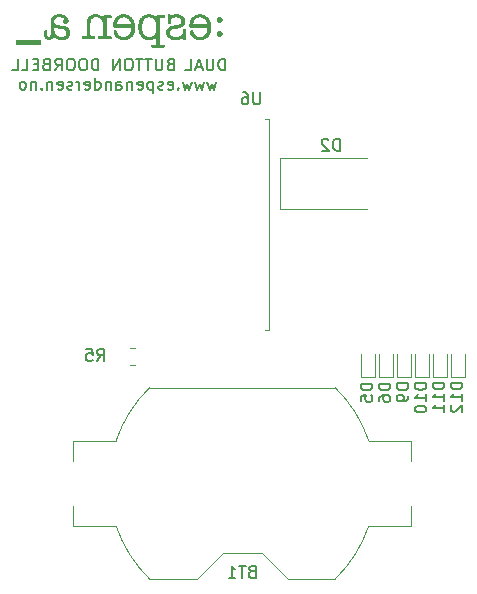
<source format=gbr>
%TF.GenerationSoftware,KiCad,Pcbnew,(7.0.0-0)*%
%TF.CreationDate,2023-08-12T01:46:22+02:00*%
%TF.ProjectId,door_bell,646f6f72-5f62-4656-9c6c-2e6b69636164,rev?*%
%TF.SameCoordinates,Original*%
%TF.FileFunction,Legend,Bot*%
%TF.FilePolarity,Positive*%
%FSLAX46Y46*%
G04 Gerber Fmt 4.6, Leading zero omitted, Abs format (unit mm)*
G04 Created by KiCad (PCBNEW (7.0.0-0)) date 2023-08-12 01:46:22*
%MOMM*%
%LPD*%
G01*
G04 APERTURE LIST*
%ADD10C,0.000000*%
%ADD11C,0.153000*%
%ADD12C,0.120000*%
%ADD13C,0.100000*%
G04 APERTURE END LIST*
D10*
G36*
X132226715Y-69176964D02*
G01*
X132239670Y-69177857D01*
X132252365Y-69179344D01*
X132264800Y-69181425D01*
X132276977Y-69184100D01*
X132288896Y-69187368D01*
X132300556Y-69191229D01*
X132311958Y-69195683D01*
X132323103Y-69200730D01*
X132333992Y-69206367D01*
X132344623Y-69212597D01*
X132354998Y-69219417D01*
X132365118Y-69226828D01*
X132374982Y-69234830D01*
X132384591Y-69243421D01*
X132393946Y-69252601D01*
X132402885Y-69262198D01*
X132411247Y-69272036D01*
X132419033Y-69282116D01*
X132426242Y-69292438D01*
X132432874Y-69303002D01*
X132438929Y-69313807D01*
X132444408Y-69324855D01*
X132449310Y-69336144D01*
X132453636Y-69347675D01*
X132457384Y-69359448D01*
X132460556Y-69371463D01*
X132463151Y-69383719D01*
X132465170Y-69396218D01*
X132466612Y-69408958D01*
X132467477Y-69421940D01*
X132467765Y-69435164D01*
X132467477Y-69448388D01*
X132466612Y-69461370D01*
X132465170Y-69474110D01*
X132463151Y-69486609D01*
X132460556Y-69498865D01*
X132457384Y-69510880D01*
X132453636Y-69522653D01*
X132449310Y-69534184D01*
X132444408Y-69545473D01*
X132438929Y-69556521D01*
X132432874Y-69567326D01*
X132426242Y-69577890D01*
X132419033Y-69588212D01*
X132411247Y-69598292D01*
X132402885Y-69608130D01*
X132393946Y-69617726D01*
X132384591Y-69626907D01*
X132374982Y-69635498D01*
X132365118Y-69643500D01*
X132354998Y-69650911D01*
X132344623Y-69657731D01*
X132333992Y-69663961D01*
X132323103Y-69669599D01*
X132311958Y-69674645D01*
X132300556Y-69679099D01*
X132288896Y-69682960D01*
X132276977Y-69686228D01*
X132264800Y-69688903D01*
X132252365Y-69690985D01*
X132239670Y-69692472D01*
X132226715Y-69693364D01*
X132213500Y-69693662D01*
X132200285Y-69693367D01*
X132187331Y-69692482D01*
X132174635Y-69691007D01*
X132162200Y-69688941D01*
X132150023Y-69686282D01*
X132138104Y-69683030D01*
X132126444Y-69679184D01*
X132115041Y-69674744D01*
X132103896Y-69669709D01*
X132093008Y-69664077D01*
X132082377Y-69657849D01*
X132072001Y-69651022D01*
X132061882Y-69643598D01*
X132052018Y-69635574D01*
X132042409Y-69626951D01*
X132033054Y-69617726D01*
X132024115Y-69608130D01*
X132015753Y-69598292D01*
X132007967Y-69588212D01*
X132000759Y-69577890D01*
X131994126Y-69567326D01*
X131988071Y-69556521D01*
X131982592Y-69545473D01*
X131977690Y-69534184D01*
X131973365Y-69522653D01*
X131969616Y-69510880D01*
X131966444Y-69498865D01*
X131963849Y-69486609D01*
X131961831Y-69474110D01*
X131960389Y-69461370D01*
X131959524Y-69448388D01*
X131959235Y-69435164D01*
X131959524Y-69421943D01*
X131960389Y-69408969D01*
X131961831Y-69396240D01*
X131963849Y-69383756D01*
X131966444Y-69371516D01*
X131969616Y-69359518D01*
X131973365Y-69347760D01*
X131977690Y-69336243D01*
X131982592Y-69324964D01*
X131988071Y-69313923D01*
X131994126Y-69303119D01*
X132000759Y-69292549D01*
X132007967Y-69282214D01*
X132015753Y-69272112D01*
X132024115Y-69262241D01*
X132033054Y-69252601D01*
X132042409Y-69243421D01*
X132052018Y-69234829D01*
X132061882Y-69226828D01*
X132072001Y-69219417D01*
X132082377Y-69212597D01*
X132093008Y-69206367D01*
X132103896Y-69200729D01*
X132115041Y-69195683D01*
X132126444Y-69191229D01*
X132138104Y-69187368D01*
X132150023Y-69184100D01*
X132162200Y-69181425D01*
X132174635Y-69179344D01*
X132187331Y-69177857D01*
X132200285Y-69176964D01*
X132213500Y-69176666D01*
X132226715Y-69176964D01*
G37*
G36*
X118685773Y-68943151D02*
G01*
X118725129Y-68945076D01*
X118763735Y-68948284D01*
X118801590Y-68952774D01*
X118838694Y-68958547D01*
X118875049Y-68965601D01*
X118910653Y-68973936D01*
X118945507Y-68983553D01*
X118979610Y-68994450D01*
X119012963Y-69006627D01*
X119045566Y-69020084D01*
X119077418Y-69034820D01*
X119108520Y-69050835D01*
X119138872Y-69068129D01*
X119168473Y-69086701D01*
X119197324Y-69106551D01*
X119224907Y-69127297D01*
X119250705Y-69148558D01*
X119274718Y-69170333D01*
X119296948Y-69192623D01*
X119317395Y-69215428D01*
X119336060Y-69238747D01*
X119352943Y-69262581D01*
X119368046Y-69286930D01*
X119381370Y-69311794D01*
X119392914Y-69337172D01*
X119402680Y-69363065D01*
X119410669Y-69389473D01*
X119416881Y-69416395D01*
X119421318Y-69443832D01*
X119423979Y-69471784D01*
X119424866Y-69500251D01*
X119424587Y-69513466D01*
X119423749Y-69526420D01*
X119422352Y-69539115D01*
X119420397Y-69551551D01*
X119417881Y-69563728D01*
X119414806Y-69575646D01*
X119411170Y-69587307D01*
X119406973Y-69598709D01*
X119402216Y-69609854D01*
X119396896Y-69620742D01*
X119391015Y-69631374D01*
X119384571Y-69641749D01*
X119377564Y-69651869D01*
X119369994Y-69661733D01*
X119361861Y-69671342D01*
X119353164Y-69680697D01*
X119344051Y-69689636D01*
X119334671Y-69697998D01*
X119325023Y-69705784D01*
X119315105Y-69712992D01*
X119304918Y-69719625D01*
X119294461Y-69725680D01*
X119283732Y-69731159D01*
X119272731Y-69736061D01*
X119261457Y-69740386D01*
X119249910Y-69744135D01*
X119238088Y-69747306D01*
X119225991Y-69749902D01*
X119213618Y-69751920D01*
X119200968Y-69753362D01*
X119188041Y-69754227D01*
X119174835Y-69754515D01*
X119163692Y-69754308D01*
X119152784Y-69753684D01*
X119142113Y-69752646D01*
X119131679Y-69751191D01*
X119121482Y-69749322D01*
X119111523Y-69747037D01*
X119101801Y-69744336D01*
X119092318Y-69741220D01*
X119083074Y-69737689D01*
X119074069Y-69733741D01*
X119065303Y-69729379D01*
X119056777Y-69724601D01*
X119048492Y-69719408D01*
X119040447Y-69713799D01*
X119032643Y-69707774D01*
X119025081Y-69701334D01*
X119017872Y-69694572D01*
X119011128Y-69687581D01*
X119004850Y-69680361D01*
X118999036Y-69672912D01*
X118993687Y-69665236D01*
X118988804Y-69657332D01*
X118984386Y-69649202D01*
X118980432Y-69640844D01*
X118976944Y-69632260D01*
X118973921Y-69623450D01*
X118971363Y-69614415D01*
X118969270Y-69605154D01*
X118967642Y-69595669D01*
X118966480Y-69585959D01*
X118965782Y-69576025D01*
X118965549Y-69565868D01*
X118965773Y-69553788D01*
X118966443Y-69542155D01*
X118967560Y-69530969D01*
X118969125Y-69520231D01*
X118971139Y-69509941D01*
X118973600Y-69500100D01*
X118976510Y-69490707D01*
X118979870Y-69481763D01*
X118983679Y-69473269D01*
X118987938Y-69465225D01*
X118992648Y-69457632D01*
X118997808Y-69450489D01*
X119003419Y-69443797D01*
X119009482Y-69437557D01*
X119015997Y-69431768D01*
X119022964Y-69426432D01*
X119027432Y-69423388D01*
X119031609Y-69420405D01*
X119035496Y-69417486D01*
X119039092Y-69414629D01*
X119042398Y-69411837D01*
X119045414Y-69409108D01*
X119048142Y-69406443D01*
X119050581Y-69403844D01*
X119052731Y-69401309D01*
X119054593Y-69398840D01*
X119056168Y-69396436D01*
X119057456Y-69394099D01*
X119058457Y-69391829D01*
X119059171Y-69389626D01*
X119059599Y-69387490D01*
X119059742Y-69385422D01*
X119059682Y-69382599D01*
X119059503Y-69379785D01*
X119059204Y-69376980D01*
X119058786Y-69374185D01*
X119058248Y-69371398D01*
X119057590Y-69368621D01*
X119056812Y-69365853D01*
X119055914Y-69363093D01*
X119053757Y-69357601D01*
X119051119Y-69352145D01*
X119047999Y-69346723D01*
X119044396Y-69341336D01*
X119040309Y-69335982D01*
X119035738Y-69330663D01*
X119030682Y-69325377D01*
X119025140Y-69320123D01*
X119019110Y-69314903D01*
X119012594Y-69309714D01*
X119005588Y-69304558D01*
X118998094Y-69299432D01*
X118978005Y-69287030D01*
X118957725Y-69275422D01*
X118937251Y-69264610D01*
X118916586Y-69254594D01*
X118895728Y-69245374D01*
X118874679Y-69236952D01*
X118853436Y-69229329D01*
X118832002Y-69222505D01*
X118810376Y-69216480D01*
X118788557Y-69211257D01*
X118766546Y-69206835D01*
X118744342Y-69203215D01*
X118721947Y-69200398D01*
X118699359Y-69198385D01*
X118676579Y-69197177D01*
X118653607Y-69196774D01*
X118627823Y-69197152D01*
X118602758Y-69198286D01*
X118578414Y-69200175D01*
X118554790Y-69202818D01*
X118531887Y-69206214D01*
X118509705Y-69210364D01*
X118488244Y-69215265D01*
X118467506Y-69220917D01*
X118447490Y-69227320D01*
X118428197Y-69234472D01*
X118409628Y-69242373D01*
X118391781Y-69251022D01*
X118374659Y-69260418D01*
X118358261Y-69270560D01*
X118342588Y-69281449D01*
X118327640Y-69293082D01*
X118313464Y-69305416D01*
X118300206Y-69318309D01*
X118287864Y-69331760D01*
X118276439Y-69345771D01*
X118265930Y-69360342D01*
X118256337Y-69375472D01*
X118247660Y-69391163D01*
X118239898Y-69407415D01*
X118233050Y-69424228D01*
X118227116Y-69441602D01*
X118222097Y-69459539D01*
X118217991Y-69478038D01*
X118214798Y-69497100D01*
X118212518Y-69516725D01*
X118211150Y-69536913D01*
X118210694Y-69557665D01*
X118211103Y-69579261D01*
X118212331Y-69599994D01*
X118214376Y-69619865D01*
X118217238Y-69638872D01*
X118220918Y-69657016D01*
X118225414Y-69674296D01*
X118230727Y-69690711D01*
X118236855Y-69706262D01*
X118243798Y-69720948D01*
X118251557Y-69734768D01*
X118260131Y-69747723D01*
X118269518Y-69759811D01*
X118279720Y-69771033D01*
X118290735Y-69781388D01*
X118302564Y-69790875D01*
X118315205Y-69799494D01*
X118329235Y-69807571D01*
X118345133Y-69815430D01*
X118362899Y-69823071D01*
X118382533Y-69830492D01*
X118404037Y-69837693D01*
X118427412Y-69844673D01*
X118452658Y-69851431D01*
X118479776Y-69857967D01*
X118508766Y-69864280D01*
X118539631Y-69870369D01*
X118572369Y-69876233D01*
X118606982Y-69881871D01*
X118643472Y-69887283D01*
X118681838Y-69892468D01*
X118722081Y-69897425D01*
X118764203Y-69902153D01*
X118875088Y-69915837D01*
X118965683Y-69928281D01*
X119036038Y-69939435D01*
X119063640Y-69944512D01*
X119086201Y-69949249D01*
X119096297Y-69951701D01*
X119106640Y-69954495D01*
X119117229Y-69957628D01*
X119128064Y-69961101D01*
X119139143Y-69964914D01*
X119150467Y-69969066D01*
X119173845Y-69978386D01*
X119198189Y-69989058D01*
X119223495Y-70001078D01*
X119249756Y-70014444D01*
X119276965Y-70029153D01*
X119294887Y-70039325D01*
X119312238Y-70049849D01*
X119329018Y-70060726D01*
X119345229Y-70071954D01*
X119360869Y-70083534D01*
X119375939Y-70095467D01*
X119390440Y-70107752D01*
X119404370Y-70120389D01*
X119417731Y-70133378D01*
X119430522Y-70146720D01*
X119442744Y-70160414D01*
X119454396Y-70174460D01*
X119465479Y-70188859D01*
X119475993Y-70203611D01*
X119485937Y-70218715D01*
X119495313Y-70234172D01*
X119504119Y-70249982D01*
X119512357Y-70266144D01*
X119520025Y-70282659D01*
X119527126Y-70299527D01*
X119533657Y-70316747D01*
X119539620Y-70334321D01*
X119545015Y-70352248D01*
X119549842Y-70370528D01*
X119554100Y-70389160D01*
X119557790Y-70408146D01*
X119560912Y-70427485D01*
X119563467Y-70447178D01*
X119565453Y-70467223D01*
X119566872Y-70487622D01*
X119568007Y-70529480D01*
X119567232Y-70563379D01*
X119564905Y-70596415D01*
X119561027Y-70628589D01*
X119555596Y-70659899D01*
X119548612Y-70690346D01*
X119540074Y-70719929D01*
X119529981Y-70748648D01*
X119518332Y-70776502D01*
X119505126Y-70803491D01*
X119490363Y-70829614D01*
X119474043Y-70854872D01*
X119456163Y-70879263D01*
X119436724Y-70902788D01*
X119415724Y-70925446D01*
X119393163Y-70947236D01*
X119369041Y-70968159D01*
X119343665Y-70988009D01*
X119317248Y-71006581D01*
X119289790Y-71023875D01*
X119261289Y-71039890D01*
X119231747Y-71054626D01*
X119201162Y-71068083D01*
X119169537Y-71080260D01*
X119136869Y-71091157D01*
X119103159Y-71100774D01*
X119068408Y-71109109D01*
X119032615Y-71116163D01*
X118995780Y-71121936D01*
X118957903Y-71126426D01*
X118918984Y-71129634D01*
X118879024Y-71131559D01*
X118838022Y-71132201D01*
X118783089Y-71130998D01*
X118730010Y-71127389D01*
X118678787Y-71121375D01*
X118629418Y-71112957D01*
X118581906Y-71102133D01*
X118536249Y-71088906D01*
X118492450Y-71073275D01*
X118450506Y-71055240D01*
X118410421Y-71034803D01*
X118372192Y-71011963D01*
X118335822Y-70986721D01*
X118301311Y-70959077D01*
X118268658Y-70929031D01*
X118237864Y-70896585D01*
X118208930Y-70861738D01*
X118181856Y-70824491D01*
X118176741Y-70842412D01*
X118171121Y-70859763D01*
X118164996Y-70876544D01*
X118158366Y-70892754D01*
X118151230Y-70908394D01*
X118143588Y-70923465D01*
X118135441Y-70937965D01*
X118126789Y-70951896D01*
X118117632Y-70965256D01*
X118107969Y-70978048D01*
X118097800Y-70990269D01*
X118087126Y-71001921D01*
X118075947Y-71013004D01*
X118064263Y-71023518D01*
X118052073Y-71033462D01*
X118039377Y-71042838D01*
X118026177Y-71051644D01*
X118012470Y-71059882D01*
X117998259Y-71067551D01*
X117983542Y-71074651D01*
X117968320Y-71081182D01*
X117952592Y-71087146D01*
X117936359Y-71092540D01*
X117919620Y-71097367D01*
X117902376Y-71101625D01*
X117884627Y-71105315D01*
X117866372Y-71108438D01*
X117847612Y-71110992D01*
X117828347Y-71112978D01*
X117808576Y-71114397D01*
X117767518Y-71115532D01*
X117717840Y-71113994D01*
X117694178Y-71112072D01*
X117671301Y-71109381D01*
X117649207Y-71105920D01*
X117627899Y-71101691D01*
X117607374Y-71096693D01*
X117587634Y-71090926D01*
X117568679Y-71084390D01*
X117550508Y-71077085D01*
X117533122Y-71069011D01*
X117516519Y-71060168D01*
X117500702Y-71050556D01*
X117485669Y-71040176D01*
X117471420Y-71029026D01*
X117457956Y-71017107D01*
X117445276Y-71004420D01*
X117433380Y-70990963D01*
X117422269Y-70976737D01*
X117411943Y-70961743D01*
X117402401Y-70945980D01*
X117393643Y-70929447D01*
X117385670Y-70912146D01*
X117378481Y-70894076D01*
X117372077Y-70875237D01*
X117366457Y-70855628D01*
X117361622Y-70835251D01*
X117357571Y-70814105D01*
X117354304Y-70792190D01*
X117351822Y-70769506D01*
X117349212Y-70721832D01*
X117349738Y-70722627D01*
X117349738Y-70468362D01*
X117350259Y-70444525D01*
X117351822Y-70422225D01*
X117354426Y-70401464D01*
X117358073Y-70382240D01*
X117362761Y-70364554D01*
X117368491Y-70348406D01*
X117371746Y-70340909D01*
X117375262Y-70333796D01*
X117379039Y-70327068D01*
X117383076Y-70320724D01*
X117387373Y-70314765D01*
X117391931Y-70309190D01*
X117396749Y-70304000D01*
X117401828Y-70299194D01*
X117407167Y-70294772D01*
X117412767Y-70290735D01*
X117418627Y-70287083D01*
X117424748Y-70283815D01*
X117431129Y-70280931D01*
X117437770Y-70278432D01*
X117444672Y-70276318D01*
X117451834Y-70274587D01*
X117459257Y-70273242D01*
X117466941Y-70272281D01*
X117474884Y-70271704D01*
X117483089Y-70271512D01*
X117490780Y-70271639D01*
X117498229Y-70272020D01*
X117505434Y-70272656D01*
X117512395Y-70273546D01*
X117519112Y-70274691D01*
X117525587Y-70276090D01*
X117531817Y-70277744D01*
X117537804Y-70279652D01*
X117543546Y-70281815D01*
X117549045Y-70284232D01*
X117554301Y-70286904D01*
X117559312Y-70289832D01*
X117564079Y-70293013D01*
X117568602Y-70296450D01*
X117572881Y-70300142D01*
X117576916Y-70304089D01*
X117580707Y-70308290D01*
X117584254Y-70312747D01*
X117587556Y-70317459D01*
X117590614Y-70322426D01*
X117593428Y-70327648D01*
X117595997Y-70333126D01*
X117598322Y-70338859D01*
X117600402Y-70344847D01*
X117602238Y-70351090D01*
X117603829Y-70357589D01*
X117605176Y-70364344D01*
X117606278Y-70371354D01*
X117607135Y-70378620D01*
X117607747Y-70386141D01*
X117608114Y-70393918D01*
X117608237Y-70401951D01*
X117608237Y-70601447D01*
X117608798Y-70633020D01*
X117610481Y-70662554D01*
X117613286Y-70690048D01*
X117617212Y-70715503D01*
X117622259Y-70738920D01*
X117628426Y-70760298D01*
X117635714Y-70779638D01*
X117644121Y-70796941D01*
X117653647Y-70812207D01*
X117658830Y-70819076D01*
X117664293Y-70825436D01*
X117670035Y-70831287D01*
X117676057Y-70836629D01*
X117682358Y-70841462D01*
X117688939Y-70845786D01*
X117695799Y-70849601D01*
X117702939Y-70852907D01*
X117710358Y-70855704D01*
X117718056Y-70857993D01*
X117726033Y-70859773D01*
X117734290Y-70861044D01*
X117742826Y-70861807D01*
X117751641Y-70862062D01*
X117758722Y-70861922D01*
X117765628Y-70861503D01*
X117772358Y-70860806D01*
X117778913Y-70859829D01*
X117785293Y-70858572D01*
X117791497Y-70857037D01*
X117797526Y-70855222D01*
X117803380Y-70853128D01*
X117809057Y-70850754D01*
X117814559Y-70848101D01*
X117819886Y-70845168D01*
X117825037Y-70841956D01*
X117830012Y-70838464D01*
X117834811Y-70834692D01*
X117839434Y-70830641D01*
X117843881Y-70826310D01*
X117848153Y-70821699D01*
X117852248Y-70816808D01*
X117856168Y-70811637D01*
X117859911Y-70806186D01*
X117863478Y-70800456D01*
X117866869Y-70794445D01*
X117870084Y-70788154D01*
X117873122Y-70781583D01*
X117875984Y-70774731D01*
X117878670Y-70767600D01*
X117881179Y-70760188D01*
X117883512Y-70752496D01*
X117887647Y-70736270D01*
X117891077Y-70718922D01*
X117892084Y-70713685D01*
X117893024Y-70707202D01*
X117894702Y-70690496D01*
X117896113Y-70668804D01*
X117897261Y-70642127D01*
X117898148Y-70610464D01*
X117898778Y-70573815D01*
X117899154Y-70532180D01*
X117899278Y-70485559D01*
X117899278Y-70009045D01*
X118223127Y-70009045D01*
X118223127Y-70300087D01*
X118224227Y-70332441D01*
X118226536Y-70363921D01*
X118230052Y-70394524D01*
X118234773Y-70424251D01*
X118240699Y-70453100D01*
X118247828Y-70481071D01*
X118256159Y-70508163D01*
X118265692Y-70534375D01*
X118276424Y-70559707D01*
X118288356Y-70584157D01*
X118301484Y-70607726D01*
X118315810Y-70630411D01*
X118331330Y-70652213D01*
X118348045Y-70673130D01*
X118365952Y-70693162D01*
X118385052Y-70712308D01*
X118385317Y-70712308D01*
X118405517Y-70730428D01*
X118426629Y-70747381D01*
X118448653Y-70763168D01*
X118471588Y-70777788D01*
X118495434Y-70791241D01*
X118520192Y-70803526D01*
X118545862Y-70814642D01*
X118572444Y-70824590D01*
X118599936Y-70833370D01*
X118628341Y-70840980D01*
X118657657Y-70847420D01*
X118687885Y-70852690D01*
X118719024Y-70856790D01*
X118751074Y-70859719D01*
X118784037Y-70861476D01*
X118817911Y-70862062D01*
X118841708Y-70861709D01*
X118864878Y-70860649D01*
X118887423Y-70858883D01*
X118909341Y-70856411D01*
X118930632Y-70853234D01*
X118951298Y-70849351D01*
X118971337Y-70844764D01*
X118990750Y-70839473D01*
X119009536Y-70833478D01*
X119027696Y-70826780D01*
X119045230Y-70819379D01*
X119062137Y-70811275D01*
X119078418Y-70802468D01*
X119094073Y-70792960D01*
X119109102Y-70782750D01*
X119123504Y-70771839D01*
X119137153Y-70760321D01*
X119149921Y-70748287D01*
X119161809Y-70735739D01*
X119172816Y-70722676D01*
X119182942Y-70709099D01*
X119192188Y-70695007D01*
X119200554Y-70680400D01*
X119208038Y-70665278D01*
X119214643Y-70649642D01*
X119220366Y-70633491D01*
X119225210Y-70616825D01*
X119229172Y-70599645D01*
X119232254Y-70581950D01*
X119234456Y-70563740D01*
X119235776Y-70545016D01*
X119236217Y-70525777D01*
X119235762Y-70507322D01*
X119234397Y-70489363D01*
X119232122Y-70471901D01*
X119228937Y-70454934D01*
X119224842Y-70438464D01*
X119219838Y-70422490D01*
X119213924Y-70407012D01*
X119207100Y-70392030D01*
X119199367Y-70377544D01*
X119190724Y-70363554D01*
X119181171Y-70350060D01*
X119170709Y-70337062D01*
X119159338Y-70324561D01*
X119147057Y-70312555D01*
X119133867Y-70301046D01*
X119119767Y-70290033D01*
X119104758Y-70279515D01*
X119088840Y-70269494D01*
X119072013Y-70259969D01*
X119054277Y-70250940D01*
X119035632Y-70242408D01*
X119016078Y-70234371D01*
X118995614Y-70226830D01*
X118974242Y-70219786D01*
X118951961Y-70213237D01*
X118928772Y-70207185D01*
X118904673Y-70201629D01*
X118879666Y-70196568D01*
X118853750Y-70192004D01*
X118826925Y-70187936D01*
X118770550Y-70181289D01*
X118708712Y-70175013D01*
X118651781Y-70168486D01*
X118599756Y-70161704D01*
X118552633Y-70154665D01*
X118510408Y-70147366D01*
X118473080Y-70139803D01*
X118440644Y-70131974D01*
X118413098Y-70123875D01*
X118400637Y-70119568D01*
X118388256Y-70114882D01*
X118375954Y-70109816D01*
X118363733Y-70104370D01*
X118351590Y-70098542D01*
X118339526Y-70092332D01*
X118327540Y-70085739D01*
X118315632Y-70078763D01*
X118303802Y-70071402D01*
X118292048Y-70063656D01*
X118280372Y-70055523D01*
X118268772Y-70047004D01*
X118257247Y-70038098D01*
X118245799Y-70028803D01*
X118234425Y-70019119D01*
X118223127Y-70009045D01*
X117899278Y-70009045D01*
X117899278Y-69658736D01*
X117900007Y-69614687D01*
X117902193Y-69572035D01*
X117905836Y-69530779D01*
X117910937Y-69490921D01*
X117917495Y-69452460D01*
X117925511Y-69415396D01*
X117934984Y-69379730D01*
X117945915Y-69345461D01*
X117958304Y-69312590D01*
X117972150Y-69281117D01*
X117987454Y-69251041D01*
X118004216Y-69222363D01*
X118022436Y-69195083D01*
X118042113Y-69169201D01*
X118063249Y-69144718D01*
X118085842Y-69121632D01*
X118109894Y-69099945D01*
X118135404Y-69079657D01*
X118162372Y-69060767D01*
X118190798Y-69043275D01*
X118220682Y-69027183D01*
X118252025Y-69012489D01*
X118284826Y-68999194D01*
X118319085Y-68987298D01*
X118354803Y-68976802D01*
X118391979Y-68967704D01*
X118430614Y-68960006D01*
X118470707Y-68953708D01*
X118512259Y-68948808D01*
X118555270Y-68945309D01*
X118599739Y-68943209D01*
X118645667Y-68942509D01*
X118685773Y-68943151D01*
G37*
G36*
X123197969Y-69750547D02*
G01*
X123525378Y-69750547D01*
X123525461Y-69754087D01*
X123525713Y-69757514D01*
X123526131Y-69760828D01*
X123526718Y-69764029D01*
X123527472Y-69767117D01*
X123528393Y-69770092D01*
X123529482Y-69772954D01*
X123530740Y-69775703D01*
X123532164Y-69778340D01*
X123533757Y-69780863D01*
X123535518Y-69783275D01*
X123537447Y-69785573D01*
X123539543Y-69787759D01*
X123541808Y-69789832D01*
X123544241Y-69791793D01*
X123546842Y-69793641D01*
X123549611Y-69795377D01*
X123552549Y-69797001D01*
X123555654Y-69798512D01*
X123558929Y-69799911D01*
X123562371Y-69801198D01*
X123565982Y-69802373D01*
X123569762Y-69803435D01*
X123573710Y-69804386D01*
X123577826Y-69805224D01*
X123582111Y-69805951D01*
X123586565Y-69806566D01*
X123591188Y-69807068D01*
X123595979Y-69807459D01*
X123600940Y-69807739D01*
X123606069Y-69807906D01*
X123611367Y-69807962D01*
X124591648Y-69807962D01*
X124602559Y-69807739D01*
X124612769Y-69807068D01*
X124622277Y-69805951D01*
X124631084Y-69804386D01*
X124639188Y-69802373D01*
X124646589Y-69799911D01*
X124653287Y-69797001D01*
X124656373Y-69795377D01*
X124659282Y-69793641D01*
X124662016Y-69791793D01*
X124664573Y-69789832D01*
X124666955Y-69787759D01*
X124669160Y-69785573D01*
X124671189Y-69783275D01*
X124673042Y-69780863D01*
X124674719Y-69778340D01*
X124676219Y-69775703D01*
X124677543Y-69772954D01*
X124678691Y-69770092D01*
X124679662Y-69767117D01*
X124680457Y-69764029D01*
X124681075Y-69760828D01*
X124681517Y-69757514D01*
X124681782Y-69754087D01*
X124681870Y-69750547D01*
X124681135Y-69725054D01*
X124678930Y-69699870D01*
X124675253Y-69674995D01*
X124670105Y-69650427D01*
X124663483Y-69626167D01*
X124655388Y-69602212D01*
X124645819Y-69578563D01*
X124634775Y-69555219D01*
X124622254Y-69532178D01*
X124608257Y-69509440D01*
X124592783Y-69487005D01*
X124575830Y-69464872D01*
X124557399Y-69443039D01*
X124537488Y-69421506D01*
X124516096Y-69400272D01*
X124493223Y-69379337D01*
X124493224Y-69379602D01*
X124469499Y-69359467D01*
X124445450Y-69340633D01*
X124421080Y-69323101D01*
X124396386Y-69306870D01*
X124371371Y-69291940D01*
X124346033Y-69278310D01*
X124320372Y-69265980D01*
X124294389Y-69254950D01*
X124268084Y-69245219D01*
X124241456Y-69236786D01*
X124214506Y-69229652D01*
X124187233Y-69223816D01*
X124159638Y-69219277D01*
X124131721Y-69216036D01*
X124103481Y-69214092D01*
X124074918Y-69213444D01*
X124046544Y-69214067D01*
X124018853Y-69215937D01*
X123991820Y-69219054D01*
X123965422Y-69223419D01*
X123939635Y-69229032D01*
X123914435Y-69235893D01*
X123889798Y-69244003D01*
X123865699Y-69253362D01*
X123842115Y-69263971D01*
X123819022Y-69275830D01*
X123796395Y-69288939D01*
X123774211Y-69303298D01*
X123752445Y-69318909D01*
X123731075Y-69335771D01*
X123710074Y-69353885D01*
X123689420Y-69373252D01*
X123669570Y-69393467D01*
X123650998Y-69414130D01*
X123633704Y-69435240D01*
X123617689Y-69456798D01*
X123602952Y-69478803D01*
X123589495Y-69501258D01*
X123577318Y-69524160D01*
X123566421Y-69547513D01*
X123556805Y-69571314D01*
X123548469Y-69595566D01*
X123541415Y-69620268D01*
X123535643Y-69645421D01*
X123531152Y-69671025D01*
X123527944Y-69697080D01*
X123526019Y-69723588D01*
X123525378Y-69750547D01*
X123197969Y-69750547D01*
X123201851Y-69713199D01*
X123208691Y-69667291D01*
X123217485Y-69622470D01*
X123228234Y-69578736D01*
X123240939Y-69536089D01*
X123255600Y-69494530D01*
X123272218Y-69454060D01*
X123290792Y-69414678D01*
X123311324Y-69376386D01*
X123333814Y-69339183D01*
X123358261Y-69303069D01*
X123384667Y-69268046D01*
X123413032Y-69234114D01*
X123443356Y-69201273D01*
X123443357Y-69201272D01*
X123475141Y-69169987D01*
X123507986Y-69140724D01*
X123541890Y-69113481D01*
X123576856Y-69088258D01*
X123612881Y-69065056D01*
X123649968Y-69043873D01*
X123688114Y-69024709D01*
X123727321Y-69007564D01*
X123767589Y-68992438D01*
X123808916Y-68979330D01*
X123851305Y-68968240D01*
X123894753Y-68959166D01*
X123939262Y-68952110D01*
X123984831Y-68947070D01*
X124031461Y-68944047D01*
X124079151Y-68943039D01*
X124132835Y-68944258D01*
X124185241Y-68947913D01*
X124236368Y-68954004D01*
X124286217Y-68962531D01*
X124334787Y-68973494D01*
X124382078Y-68986892D01*
X124428088Y-69002725D01*
X124472819Y-69020992D01*
X124516269Y-69041693D01*
X124558438Y-69064827D01*
X124599325Y-69090395D01*
X124638931Y-69118396D01*
X124677255Y-69148829D01*
X124714296Y-69181694D01*
X124750055Y-69216990D01*
X124784530Y-69254718D01*
X124817306Y-69294400D01*
X124847968Y-69335557D01*
X124876515Y-69378190D01*
X124902947Y-69422299D01*
X124927265Y-69467884D01*
X124949468Y-69514944D01*
X124969557Y-69563481D01*
X124987531Y-69613493D01*
X125003390Y-69664982D01*
X125017135Y-69717946D01*
X125028766Y-69772386D01*
X125038281Y-69828302D01*
X125045682Y-69885694D01*
X125050969Y-69944562D01*
X125054141Y-70004905D01*
X125055198Y-70066725D01*
X125054206Y-70128318D01*
X125051229Y-70188006D01*
X125046266Y-70245825D01*
X125039319Y-70301811D01*
X125030385Y-70356000D01*
X125019465Y-70408429D01*
X125006559Y-70459133D01*
X124991665Y-70508149D01*
X124974784Y-70555511D01*
X124955915Y-70601258D01*
X124935058Y-70645423D01*
X124912212Y-70688045D01*
X124887377Y-70729158D01*
X124860553Y-70768798D01*
X124831739Y-70807002D01*
X124800935Y-70843806D01*
X124768447Y-70878839D01*
X124734583Y-70911610D01*
X124699343Y-70942118D01*
X124662728Y-70970364D01*
X124624737Y-70996347D01*
X124585372Y-71020070D01*
X124544632Y-71041531D01*
X124502518Y-71060731D01*
X124459031Y-71077671D01*
X124414170Y-71092352D01*
X124367937Y-71104772D01*
X124320331Y-71114934D01*
X124271354Y-71122837D01*
X124221004Y-71128481D01*
X124169283Y-71131867D01*
X124116192Y-71132996D01*
X124073419Y-71132187D01*
X124031224Y-71129759D01*
X123989605Y-71125713D01*
X123948563Y-71120048D01*
X123908097Y-71112765D01*
X123868208Y-71103863D01*
X123828896Y-71093343D01*
X123790160Y-71081204D01*
X123752001Y-71067446D01*
X123714419Y-71052071D01*
X123677414Y-71035076D01*
X123640985Y-71016464D01*
X123605133Y-70996232D01*
X123569857Y-70974382D01*
X123535159Y-70950914D01*
X123501037Y-70925827D01*
X123468260Y-70899702D01*
X123437599Y-70873116D01*
X123409052Y-70846070D01*
X123382619Y-70818563D01*
X123358301Y-70790595D01*
X123336098Y-70762163D01*
X123316010Y-70733268D01*
X123298036Y-70703908D01*
X123282176Y-70674083D01*
X123268431Y-70643793D01*
X123256801Y-70613036D01*
X123247285Y-70581811D01*
X123239884Y-70550118D01*
X123234598Y-70517957D01*
X123231426Y-70485325D01*
X123230369Y-70452223D01*
X123230961Y-70433337D01*
X123231701Y-70424352D01*
X123232738Y-70415673D01*
X123234070Y-70407298D01*
X123235699Y-70399229D01*
X123237623Y-70391465D01*
X123239844Y-70384006D01*
X123242361Y-70376852D01*
X123245174Y-70370003D01*
X123248283Y-70363459D01*
X123251688Y-70357220D01*
X123255389Y-70351285D01*
X123259387Y-70345656D01*
X123263680Y-70340331D01*
X123268270Y-70335310D01*
X123273155Y-70330595D01*
X123278337Y-70326184D01*
X123283815Y-70322077D01*
X123289589Y-70318275D01*
X123295659Y-70314778D01*
X123302025Y-70311584D01*
X123308688Y-70308696D01*
X123315646Y-70306111D01*
X123322901Y-70303831D01*
X123330452Y-70301855D01*
X123338298Y-70300183D01*
X123346441Y-70298815D01*
X123354880Y-70297751D01*
X123363615Y-70296991D01*
X123372647Y-70296535D01*
X123381974Y-70296384D01*
X123395012Y-70296768D01*
X123407437Y-70297921D01*
X123419250Y-70299844D01*
X123430451Y-70302535D01*
X123441041Y-70305995D01*
X123446107Y-70308014D01*
X123451021Y-70310225D01*
X123455783Y-70312628D01*
X123460392Y-70315223D01*
X123464849Y-70318010D01*
X123469155Y-70320990D01*
X123473308Y-70324162D01*
X123477309Y-70327526D01*
X123481159Y-70331082D01*
X123484857Y-70334831D01*
X123488403Y-70338772D01*
X123491798Y-70342905D01*
X123495042Y-70347230D01*
X123498134Y-70351748D01*
X123503866Y-70361359D01*
X123508993Y-70371740D01*
X123513518Y-70382890D01*
X123517440Y-70394808D01*
X123554218Y-70513871D01*
X123560280Y-70532614D01*
X123567154Y-70550942D01*
X123574842Y-70568854D01*
X123583343Y-70586351D01*
X123592658Y-70603432D01*
X123602787Y-70620097D01*
X123613731Y-70636348D01*
X123625490Y-70652182D01*
X123638065Y-70667602D01*
X123651455Y-70682605D01*
X123665662Y-70697193D01*
X123680685Y-70711366D01*
X123696525Y-70725124D01*
X123713182Y-70738465D01*
X123730658Y-70751392D01*
X123748951Y-70763903D01*
X123767775Y-70775821D01*
X123786840Y-70786971D01*
X123806148Y-70797352D01*
X123825697Y-70806963D01*
X123845488Y-70815806D01*
X123865521Y-70823880D01*
X123885795Y-70831185D01*
X123906312Y-70837721D01*
X123927070Y-70843488D01*
X123948070Y-70848486D01*
X123969312Y-70852715D01*
X123990796Y-70856176D01*
X124012522Y-70858867D01*
X124034489Y-70860789D01*
X124056698Y-70861943D01*
X124079150Y-70862327D01*
X124113129Y-70861527D01*
X124146407Y-70859127D01*
X124178984Y-70855126D01*
X124210859Y-70849524D01*
X124242031Y-70842320D01*
X124272501Y-70833515D01*
X124302268Y-70823107D01*
X124331331Y-70811097D01*
X124359691Y-70797484D01*
X124387346Y-70782267D01*
X124414297Y-70765447D01*
X124440542Y-70747022D01*
X124466082Y-70726993D01*
X124490917Y-70705359D01*
X124515045Y-70682120D01*
X124538467Y-70657275D01*
X124560816Y-70631227D01*
X124581726Y-70604379D01*
X124601196Y-70576731D01*
X124619227Y-70548283D01*
X124635817Y-70519035D01*
X124650967Y-70488988D01*
X124664675Y-70458140D01*
X124676943Y-70426492D01*
X124687768Y-70394045D01*
X124697152Y-70360797D01*
X124705093Y-70326750D01*
X124711591Y-70291902D01*
X124716645Y-70256255D01*
X124720256Y-70219807D01*
X124722423Y-70182560D01*
X124723145Y-70144513D01*
X124723080Y-70140469D01*
X124722885Y-70136575D01*
X124722561Y-70132828D01*
X124722107Y-70129229D01*
X124721525Y-70125777D01*
X124720815Y-70122472D01*
X124719977Y-70119314D01*
X124719011Y-70116301D01*
X124717918Y-70113435D01*
X124716698Y-70110714D01*
X124715352Y-70108137D01*
X124713880Y-70105706D01*
X124712283Y-70103418D01*
X124710560Y-70101275D01*
X124708712Y-70099274D01*
X124706741Y-70097417D01*
X124704561Y-70095687D01*
X124702090Y-70094068D01*
X124699328Y-70092561D01*
X124696274Y-70091166D01*
X124692929Y-70089882D01*
X124689292Y-70088710D01*
X124685363Y-70087650D01*
X124681144Y-70086701D01*
X124676632Y-70085864D01*
X124671829Y-70085138D01*
X124666735Y-70084525D01*
X124661349Y-70084022D01*
X124655672Y-70083632D01*
X124649703Y-70083353D01*
X124643442Y-70083185D01*
X124636890Y-70083129D01*
X123332760Y-70083129D01*
X123320761Y-70082993D01*
X123309369Y-70082584D01*
X123298585Y-70081902D01*
X123288409Y-70080947D01*
X123278841Y-70079719D01*
X123269880Y-70078218D01*
X123261527Y-70076444D01*
X123253782Y-70074398D01*
X123246644Y-70072079D01*
X123240115Y-70069487D01*
X123234192Y-70066622D01*
X123228878Y-70063484D01*
X123224171Y-70060073D01*
X123220072Y-70056390D01*
X123216581Y-70052433D01*
X123213697Y-70048204D01*
X123211198Y-70043367D01*
X123208860Y-70037587D01*
X123206683Y-70030864D01*
X123204668Y-70023197D01*
X123202814Y-70014586D01*
X123201121Y-70005030D01*
X123199589Y-69994530D01*
X123198219Y-69983084D01*
X123197009Y-69970692D01*
X123195962Y-69957355D01*
X123195075Y-69943070D01*
X123194349Y-69927840D01*
X123193785Y-69911661D01*
X123193382Y-69894536D01*
X123193059Y-69857440D01*
X123194036Y-69808274D01*
X123196967Y-69760193D01*
X123197969Y-69750547D01*
G37*
G36*
X117094943Y-71569824D02*
G01*
X114963724Y-71569824D01*
X114963724Y-71144109D01*
X117094943Y-71144109D01*
X117094943Y-71569824D01*
G37*
G36*
X127946679Y-68918317D02*
G01*
X127954706Y-68918761D01*
X127962449Y-68919501D01*
X127969907Y-68920537D01*
X127977083Y-68921870D01*
X127983978Y-68923498D01*
X127990594Y-68925423D01*
X127996932Y-68927644D01*
X128002994Y-68930161D01*
X128008781Y-68932974D01*
X128014294Y-68936083D01*
X128019536Y-68939488D01*
X128024507Y-68943189D01*
X128029210Y-68947187D01*
X128033645Y-68951480D01*
X128037814Y-68956070D01*
X128041719Y-68960956D01*
X128045362Y-68966138D01*
X128048743Y-68971615D01*
X128051864Y-68977390D01*
X128054726Y-68983460D01*
X128057332Y-68989826D01*
X128059683Y-68996488D01*
X128061780Y-69003447D01*
X128063624Y-69010701D01*
X128065218Y-69018252D01*
X128066563Y-69026099D01*
X128067659Y-69034242D01*
X128068509Y-69042681D01*
X128069115Y-69051416D01*
X128069598Y-69069774D01*
X128069598Y-69086178D01*
X128092964Y-69068784D01*
X128117026Y-69052517D01*
X128141783Y-69037378D01*
X128167238Y-69023365D01*
X128193390Y-69010477D01*
X128220240Y-68998714D01*
X128247790Y-68988075D01*
X128276039Y-68978559D01*
X128304990Y-68970166D01*
X128334641Y-68962894D01*
X128364995Y-68956743D01*
X128396052Y-68951712D01*
X128427813Y-68947801D01*
X128460279Y-68945008D01*
X128493449Y-68943333D01*
X128527326Y-68942774D01*
X128570226Y-68943472D01*
X128612108Y-68945564D01*
X128652973Y-68949051D01*
X128692819Y-68953932D01*
X128731647Y-68960207D01*
X128769456Y-68967875D01*
X128806245Y-68976936D01*
X128842015Y-68987390D01*
X128876765Y-68999236D01*
X128910494Y-69012473D01*
X128943202Y-69027102D01*
X128974889Y-69043122D01*
X129005555Y-69060533D01*
X129035198Y-69079333D01*
X129063819Y-69099524D01*
X129091418Y-69121104D01*
X129091416Y-69121104D01*
X129117657Y-69143850D01*
X129142204Y-69167440D01*
X129165059Y-69191873D01*
X129186220Y-69217152D01*
X129205689Y-69243275D01*
X129223465Y-69270244D01*
X129239548Y-69298058D01*
X129253937Y-69326718D01*
X129266634Y-69356225D01*
X129277638Y-69386578D01*
X129286949Y-69417779D01*
X129294567Y-69449828D01*
X129300493Y-69482724D01*
X129304725Y-69516469D01*
X129307264Y-69551063D01*
X129308111Y-69586506D01*
X129307246Y-69623744D01*
X129304650Y-69659555D01*
X129300325Y-69693939D01*
X129294270Y-69726896D01*
X129286484Y-69758425D01*
X129276968Y-69788526D01*
X129265723Y-69817198D01*
X129252747Y-69844441D01*
X129238040Y-69870255D01*
X129221604Y-69894639D01*
X129203438Y-69917593D01*
X129183541Y-69939117D01*
X129161915Y-69959209D01*
X129138558Y-69977871D01*
X129113471Y-69995100D01*
X129086654Y-70010898D01*
X129058187Y-70025731D01*
X129028152Y-70039969D01*
X128996548Y-70053613D01*
X128963374Y-70066663D01*
X128928632Y-70079119D01*
X128892321Y-70090981D01*
X128854441Y-70102251D01*
X128814993Y-70112928D01*
X128773975Y-70123012D01*
X128731388Y-70132505D01*
X128687233Y-70141407D01*
X128641509Y-70149717D01*
X128594215Y-70157437D01*
X128545353Y-70164566D01*
X128494922Y-70171106D01*
X128442922Y-70177056D01*
X128389288Y-70183623D01*
X128339115Y-70192014D01*
X128292401Y-70202228D01*
X128249148Y-70214267D01*
X128209355Y-70228131D01*
X128173023Y-70243819D01*
X128140150Y-70261333D01*
X128110738Y-70280673D01*
X128097330Y-70291028D01*
X128084786Y-70301840D01*
X128073108Y-70313108D01*
X128062295Y-70324832D01*
X128052346Y-70337014D01*
X128043263Y-70349652D01*
X128035045Y-70362747D01*
X128027692Y-70376300D01*
X128021204Y-70390309D01*
X128015581Y-70404775D01*
X128010823Y-70419698D01*
X128006930Y-70435078D01*
X128003903Y-70450915D01*
X128001740Y-70467210D01*
X128000442Y-70483962D01*
X128000010Y-70501171D01*
X128000522Y-70520456D01*
X128002057Y-70539321D01*
X128004616Y-70557766D01*
X128008200Y-70575791D01*
X128012808Y-70593398D01*
X128018442Y-70610587D01*
X128025101Y-70627359D01*
X128032786Y-70643715D01*
X128041497Y-70659655D01*
X128051235Y-70675180D01*
X128062000Y-70690292D01*
X128073792Y-70704990D01*
X128086613Y-70719276D01*
X128100461Y-70733151D01*
X128115338Y-70746615D01*
X128131245Y-70759668D01*
X128147935Y-70772070D01*
X128165165Y-70783678D01*
X128182936Y-70794491D01*
X128201247Y-70804507D01*
X128220099Y-70813726D01*
X128239493Y-70822148D01*
X128259429Y-70829772D01*
X128279907Y-70836596D01*
X128300927Y-70842620D01*
X128322490Y-70847844D01*
X128344597Y-70852266D01*
X128367248Y-70855886D01*
X128390443Y-70858703D01*
X128414182Y-70860716D01*
X128438466Y-70861924D01*
X128463296Y-70862327D01*
X128497784Y-70861893D01*
X128531498Y-70860591D01*
X128564438Y-70858422D01*
X128596605Y-70855386D01*
X128628000Y-70851483D01*
X128658624Y-70846714D01*
X128688477Y-70841079D01*
X128717561Y-70834579D01*
X128745875Y-70827214D01*
X128773422Y-70818984D01*
X128800201Y-70809889D01*
X128826213Y-70799931D01*
X128851460Y-70789109D01*
X128875942Y-70777424D01*
X128899659Y-70764877D01*
X128922613Y-70751467D01*
X128944493Y-70737368D01*
X128964992Y-70722756D01*
X128984108Y-70707629D01*
X129001842Y-70691989D01*
X129018196Y-70675836D01*
X129033168Y-70659170D01*
X129046760Y-70641991D01*
X129058972Y-70624301D01*
X129069804Y-70606099D01*
X129074702Y-70596806D01*
X129079256Y-70587386D01*
X129083465Y-70577838D01*
X129087330Y-70568162D01*
X129090850Y-70558358D01*
X129094025Y-70548427D01*
X129096855Y-70538369D01*
X129099341Y-70528183D01*
X129103280Y-70507429D01*
X129105842Y-70486166D01*
X129107026Y-70464393D01*
X129108315Y-70422449D01*
X129110197Y-70384721D01*
X129112668Y-70351210D01*
X129115725Y-70321915D01*
X129119364Y-70296838D01*
X129123584Y-70275977D01*
X129125910Y-70267128D01*
X129128380Y-70259333D01*
X129130994Y-70252592D01*
X129133750Y-70246906D01*
X129135226Y-70244390D01*
X129136826Y-70241954D01*
X129138550Y-70239597D01*
X129140397Y-70237319D01*
X129142369Y-70235121D01*
X129144465Y-70233001D01*
X129146685Y-70230962D01*
X129149029Y-70229001D01*
X129151497Y-70227120D01*
X129154089Y-70225318D01*
X129156806Y-70223596D01*
X129159646Y-70221954D01*
X129162610Y-70220391D01*
X129165698Y-70218908D01*
X129168910Y-70217505D01*
X129172247Y-70216181D01*
X129175707Y-70214937D01*
X129179291Y-70213774D01*
X129182999Y-70212690D01*
X129186832Y-70211686D01*
X129190788Y-70210762D01*
X129194868Y-70209918D01*
X129203401Y-70208471D01*
X129212430Y-70207345D01*
X129221955Y-70206540D01*
X129231976Y-70206057D01*
X129242493Y-70205895D01*
X129250575Y-70206036D01*
X129258399Y-70206457D01*
X129265966Y-70207158D01*
X129273276Y-70208140D01*
X129280329Y-70209402D01*
X129287125Y-70210945D01*
X129293663Y-70212767D01*
X129299945Y-70214871D01*
X129305969Y-70217254D01*
X129311737Y-70219917D01*
X129317248Y-70222861D01*
X129322502Y-70226085D01*
X129327499Y-70229589D01*
X129332240Y-70233372D01*
X129336724Y-70237436D01*
X129340951Y-70241779D01*
X129344922Y-70246403D01*
X129348636Y-70251306D01*
X129352094Y-70256489D01*
X129355295Y-70261951D01*
X129358240Y-70267693D01*
X129360928Y-70273715D01*
X129363361Y-70280017D01*
X129365537Y-70286597D01*
X129367457Y-70293458D01*
X129369120Y-70300597D01*
X129370528Y-70308016D01*
X129371680Y-70315714D01*
X129372575Y-70323692D01*
X129373215Y-70331949D01*
X129373599Y-70340484D01*
X129373727Y-70349299D01*
X129373467Y-70362185D01*
X129372689Y-70376233D01*
X129371396Y-70391441D01*
X129369592Y-70407805D01*
X129367279Y-70425323D01*
X129364461Y-70443991D01*
X129361141Y-70463807D01*
X129357322Y-70484766D01*
X129353503Y-70506494D01*
X129350183Y-70528617D01*
X129347366Y-70551130D01*
X129345053Y-70574030D01*
X129343249Y-70597315D01*
X129341956Y-70620981D01*
X129341179Y-70645026D01*
X129340919Y-70669445D01*
X129341043Y-70683821D01*
X129341419Y-70698177D01*
X129342048Y-70712521D01*
X129342936Y-70726860D01*
X129344083Y-70741198D01*
X129345494Y-70755542D01*
X129347172Y-70769898D01*
X129349120Y-70784274D01*
X129359886Y-70888363D01*
X129367575Y-70958568D01*
X129372189Y-70994940D01*
X129373342Y-71000454D01*
X129373630Y-71000046D01*
X129373727Y-70997528D01*
X129373134Y-71017905D01*
X129371357Y-71036968D01*
X129370024Y-71046006D01*
X129368395Y-71054715D01*
X129366469Y-71063096D01*
X129364247Y-71071148D01*
X129361729Y-71078872D01*
X129358914Y-71086267D01*
X129355802Y-71093333D01*
X129352393Y-71100070D01*
X129348688Y-71106479D01*
X129344687Y-71112560D01*
X129340388Y-71118311D01*
X129335792Y-71123734D01*
X129330900Y-71128828D01*
X129325711Y-71133594D01*
X129320225Y-71138031D01*
X129314441Y-71142139D01*
X129308361Y-71145919D01*
X129301984Y-71149370D01*
X129295309Y-71152492D01*
X129288337Y-71155286D01*
X129281068Y-71157751D01*
X129273501Y-71159887D01*
X129265638Y-71161695D01*
X129257476Y-71163174D01*
X129249018Y-71164324D01*
X129240261Y-71165146D01*
X129231207Y-71165639D01*
X129221856Y-71165803D01*
X129213285Y-71165659D01*
X129204986Y-71165226D01*
X129196958Y-71164505D01*
X129189201Y-71163496D01*
X129181716Y-71162199D01*
X129174503Y-71160613D01*
X129167561Y-71158738D01*
X129160890Y-71156576D01*
X129154492Y-71154125D01*
X129148365Y-71151385D01*
X129142510Y-71148358D01*
X129136926Y-71145041D01*
X129131615Y-71141437D01*
X129126575Y-71137544D01*
X129121808Y-71133363D01*
X129117312Y-71128894D01*
X129113089Y-71124136D01*
X129109137Y-71119090D01*
X129105458Y-71113755D01*
X129102051Y-71108132D01*
X129098917Y-71102221D01*
X129096054Y-71096021D01*
X129093464Y-71089533D01*
X129091147Y-71082757D01*
X129089102Y-71075692D01*
X129087329Y-71068339D01*
X129085829Y-71060698D01*
X129084602Y-71052768D01*
X129083647Y-71044550D01*
X129082965Y-71036044D01*
X129082556Y-71027249D01*
X129082420Y-71018166D01*
X129082420Y-70940113D01*
X129050868Y-70963470D01*
X129018621Y-70985320D01*
X128985678Y-71005663D01*
X128952039Y-71024499D01*
X128917701Y-71041828D01*
X128882665Y-71057650D01*
X128846930Y-71071966D01*
X128810495Y-71084774D01*
X128773359Y-71096076D01*
X128735521Y-71105871D01*
X128696982Y-71114159D01*
X128657739Y-71120940D01*
X128617792Y-71126214D01*
X128577141Y-71129981D01*
X128535784Y-71132242D01*
X128493722Y-71132995D01*
X128448773Y-71132282D01*
X128404909Y-71130143D01*
X128362132Y-71126577D01*
X128320441Y-71121585D01*
X128279836Y-71115167D01*
X128240319Y-71107322D01*
X128201889Y-71098051D01*
X128164547Y-71087354D01*
X128128294Y-71075231D01*
X128093129Y-71061681D01*
X128059053Y-71046706D01*
X128026067Y-71030303D01*
X127994170Y-71012475D01*
X127963364Y-70993220D01*
X127933648Y-70972539D01*
X127905024Y-70950432D01*
X127877776Y-70927172D01*
X127852289Y-70903030D01*
X127828562Y-70878009D01*
X127806595Y-70852107D01*
X127786388Y-70825324D01*
X127767940Y-70797660D01*
X127751251Y-70769116D01*
X127736320Y-70739692D01*
X127723147Y-70709387D01*
X127711732Y-70678201D01*
X127702074Y-70646135D01*
X127694173Y-70613188D01*
X127688028Y-70579361D01*
X127683640Y-70544653D01*
X127681007Y-70509064D01*
X127680129Y-70472595D01*
X127680810Y-70442738D01*
X127682852Y-70413641D01*
X127686255Y-70385303D01*
X127691019Y-70357726D01*
X127697145Y-70330908D01*
X127704632Y-70304851D01*
X127713480Y-70279553D01*
X127723690Y-70255017D01*
X127735262Y-70231240D01*
X127748195Y-70208224D01*
X127762490Y-70185969D01*
X127778146Y-70164474D01*
X127795165Y-70143740D01*
X127813545Y-70123768D01*
X127833287Y-70104556D01*
X127854390Y-70086105D01*
X127876856Y-70068415D01*
X127900684Y-70051487D01*
X127925873Y-70035320D01*
X127952425Y-70019915D01*
X127980339Y-70005271D01*
X128009615Y-69991389D01*
X128040253Y-69978268D01*
X128072254Y-69965910D01*
X128105616Y-69954313D01*
X128140342Y-69943479D01*
X128176429Y-69933406D01*
X128213879Y-69924096D01*
X128292867Y-69907763D01*
X128377305Y-69894480D01*
X128615165Y-69861672D01*
X128658852Y-69854686D01*
X128699724Y-69846033D01*
X128737779Y-69835712D01*
X128773018Y-69823725D01*
X128805440Y-69810071D01*
X128835045Y-69794750D01*
X128848791Y-69786465D01*
X128861832Y-69777764D01*
X128874169Y-69768647D01*
X128885801Y-69759113D01*
X128896729Y-69749163D01*
X128906952Y-69738796D01*
X128916470Y-69728014D01*
X128925283Y-69716815D01*
X128933392Y-69705200D01*
X128940796Y-69693170D01*
X128947495Y-69680723D01*
X128953489Y-69667860D01*
X128958778Y-69654582D01*
X128963362Y-69640888D01*
X128967240Y-69626778D01*
X128970414Y-69612252D01*
X128972883Y-69597310D01*
X128974646Y-69581953D01*
X128975704Y-69566181D01*
X128976057Y-69549993D01*
X128975561Y-69532220D01*
X128974072Y-69514819D01*
X128971592Y-69497789D01*
X128968119Y-69481131D01*
X128963654Y-69464843D01*
X128958198Y-69448924D01*
X128951748Y-69433376D01*
X128944307Y-69418197D01*
X128935874Y-69403387D01*
X128926448Y-69388946D01*
X128916030Y-69374872D01*
X128904620Y-69361167D01*
X128892218Y-69347829D01*
X128878823Y-69334858D01*
X128864437Y-69322254D01*
X128849058Y-69310016D01*
X128832941Y-69298339D01*
X128816340Y-69287418D01*
X128799256Y-69277253D01*
X128781688Y-69267844D01*
X128763636Y-69259189D01*
X128745101Y-69251289D01*
X128726082Y-69244143D01*
X128706579Y-69237752D01*
X128686593Y-69232113D01*
X128666123Y-69227228D01*
X128645169Y-69223095D01*
X128623732Y-69219714D01*
X128601810Y-69217086D01*
X128579405Y-69215209D01*
X128556517Y-69214083D01*
X128533144Y-69213708D01*
X128509782Y-69214052D01*
X128486915Y-69215084D01*
X128464530Y-69216805D01*
X128442612Y-69219214D01*
X128421148Y-69222312D01*
X128400125Y-69226097D01*
X128379529Y-69230572D01*
X128359347Y-69235734D01*
X128339564Y-69241585D01*
X128320168Y-69248124D01*
X128301145Y-69255351D01*
X128282481Y-69263267D01*
X128264163Y-69271871D01*
X128246177Y-69281164D01*
X128228510Y-69291145D01*
X128211147Y-69301814D01*
X128194503Y-69312963D01*
X128178900Y-69324386D01*
X128164339Y-69336081D01*
X128150818Y-69348050D01*
X128138337Y-69360291D01*
X128126896Y-69372805D01*
X128116495Y-69385592D01*
X128107133Y-69398651D01*
X128098809Y-69411984D01*
X128091524Y-69425589D01*
X128085277Y-69439467D01*
X128080067Y-69453618D01*
X128075895Y-69468042D01*
X128072759Y-69482739D01*
X128070660Y-69497709D01*
X128069596Y-69512951D01*
X128069596Y-69648153D01*
X128068610Y-69664059D01*
X128067750Y-69671626D01*
X128066644Y-69678936D01*
X128065294Y-69685989D01*
X128063699Y-69692785D01*
X128061858Y-69699323D01*
X128059773Y-69705605D01*
X128057443Y-69711630D01*
X128054868Y-69717397D01*
X128052048Y-69722908D01*
X128048983Y-69728162D01*
X128045673Y-69733160D01*
X128042119Y-69737900D01*
X128038319Y-69742384D01*
X128034274Y-69746611D01*
X128029984Y-69750582D01*
X128025450Y-69754296D01*
X128020670Y-69757754D01*
X128015646Y-69760955D01*
X128010376Y-69763900D01*
X128004862Y-69766589D01*
X127999103Y-69769021D01*
X127993098Y-69771197D01*
X127986849Y-69773117D01*
X127980355Y-69774781D01*
X127973616Y-69776188D01*
X127966632Y-69777340D01*
X127959403Y-69778235D01*
X127951929Y-69778875D01*
X127944210Y-69779259D01*
X127936246Y-69779387D01*
X127928275Y-69779235D01*
X127920535Y-69778779D01*
X127913027Y-69778019D01*
X127905752Y-69776955D01*
X127898713Y-69775587D01*
X127891911Y-69773916D01*
X127885347Y-69771939D01*
X127879022Y-69769659D01*
X127872939Y-69767075D01*
X127867098Y-69764186D01*
X127861501Y-69760993D01*
X127856149Y-69757495D01*
X127851045Y-69753693D01*
X127846188Y-69749586D01*
X127841582Y-69745175D01*
X127837227Y-69740460D01*
X127833124Y-69735440D01*
X127829276Y-69730115D01*
X127825683Y-69724485D01*
X127822347Y-69718551D01*
X127819270Y-69712311D01*
X127816452Y-69705767D01*
X127813896Y-69698918D01*
X127811603Y-69691764D01*
X127809575Y-69684305D01*
X127807812Y-69676541D01*
X127806316Y-69668472D01*
X127805089Y-69660097D01*
X127804132Y-69651418D01*
X127803447Y-69642433D01*
X127803035Y-69633143D01*
X127802897Y-69623547D01*
X127803058Y-69610537D01*
X127803542Y-69596113D01*
X127804348Y-69580275D01*
X127805477Y-69563024D01*
X127806928Y-69544358D01*
X127808702Y-69524279D01*
X127810798Y-69502786D01*
X127813216Y-69479878D01*
X127817731Y-69435482D01*
X127820956Y-69396766D01*
X127822085Y-69379546D01*
X127822891Y-69363755D01*
X127823375Y-69349397D01*
X127823536Y-69336474D01*
X127823325Y-69315948D01*
X127822688Y-69295439D01*
X127821624Y-69274943D01*
X127820129Y-69254454D01*
X127818200Y-69233964D01*
X127815834Y-69213468D01*
X127813027Y-69192960D01*
X127809777Y-69172433D01*
X127806804Y-69127834D01*
X127804650Y-69092463D01*
X127803339Y-69066319D01*
X127802897Y-69049402D01*
X127803029Y-69041320D01*
X127803427Y-69033496D01*
X127804090Y-69025929D01*
X127805017Y-69018619D01*
X127806210Y-69011566D01*
X127807667Y-69004770D01*
X127809389Y-68998232D01*
X127811376Y-68991950D01*
X127813628Y-68985925D01*
X127816144Y-68980158D01*
X127818925Y-68974647D01*
X127821971Y-68969393D01*
X127825281Y-68964396D01*
X127828855Y-68959655D01*
X127832694Y-68955171D01*
X127836797Y-68950944D01*
X127841165Y-68946973D01*
X127845797Y-68943259D01*
X127850693Y-68939801D01*
X127855853Y-68936600D01*
X127861278Y-68933655D01*
X127866966Y-68930967D01*
X127872919Y-68928534D01*
X127879135Y-68926358D01*
X127885616Y-68924438D01*
X127892360Y-68922775D01*
X127899368Y-68921367D01*
X127906640Y-68920215D01*
X127914176Y-68919320D01*
X127921975Y-68918680D01*
X127930038Y-68918296D01*
X127938364Y-68918168D01*
X127946679Y-68918317D01*
G37*
G36*
X121754059Y-68944523D02*
G01*
X121803389Y-68948178D01*
X121851440Y-68954270D01*
X121898213Y-68962797D01*
X121943707Y-68973760D01*
X121987922Y-68987158D01*
X122030857Y-69002990D01*
X122072512Y-69021257D01*
X122112886Y-69041958D01*
X122151979Y-69065093D01*
X122189791Y-69090661D01*
X122226321Y-69118661D01*
X122261569Y-69149094D01*
X122295535Y-69181959D01*
X122328217Y-69217256D01*
X122359617Y-69254984D01*
X122359617Y-69138038D01*
X122360082Y-69122898D01*
X122360663Y-69115693D01*
X122361477Y-69108732D01*
X122362524Y-69102014D01*
X122363803Y-69095540D01*
X122365314Y-69089309D01*
X122367058Y-69083323D01*
X122369035Y-69077580D01*
X122371244Y-69072081D01*
X122373686Y-69066826D01*
X122376360Y-69061815D01*
X122379267Y-69057047D01*
X122382406Y-69052524D01*
X122385778Y-69048245D01*
X122389383Y-69044210D01*
X122393220Y-69040419D01*
X122397289Y-69036873D01*
X122401591Y-69033570D01*
X122406126Y-69030512D01*
X122410893Y-69027699D01*
X122415893Y-69025129D01*
X122421125Y-69022805D01*
X122426590Y-69020724D01*
X122432287Y-69018888D01*
X122438217Y-69017297D01*
X122444379Y-69015951D01*
X122450774Y-69014849D01*
X122457402Y-69013992D01*
X122464262Y-69013380D01*
X122471355Y-69013013D01*
X122478680Y-69012890D01*
X122479215Y-69012624D01*
X122487641Y-69013269D01*
X122508915Y-69015204D01*
X122589811Y-69022943D01*
X122602374Y-69025361D01*
X122615455Y-69027457D01*
X122629050Y-69029231D01*
X122643158Y-69030682D01*
X122657773Y-69031811D01*
X122672895Y-69032617D01*
X122688518Y-69033100D01*
X122704641Y-69033262D01*
X122856512Y-69016858D01*
X122860715Y-69015928D01*
X122865189Y-69015121D01*
X122869929Y-69014439D01*
X122874933Y-69013881D01*
X122880197Y-69013447D01*
X122885719Y-69013137D01*
X122891494Y-69012951D01*
X122897521Y-69012889D01*
X122919867Y-69013419D01*
X122940769Y-69015010D01*
X122960227Y-69017659D01*
X122978241Y-69021368D01*
X122994811Y-69026136D01*
X123002555Y-69028917D01*
X123009938Y-69031963D01*
X123016961Y-69035273D01*
X123023623Y-69038847D01*
X123029925Y-69042686D01*
X123035866Y-69046789D01*
X123041447Y-69051157D01*
X123046667Y-69055788D01*
X123051527Y-69060684D01*
X123056026Y-69065845D01*
X123060166Y-69071269D01*
X123063945Y-69076958D01*
X123067364Y-69082910D01*
X123070423Y-69089126D01*
X123073121Y-69095607D01*
X123075460Y-69102351D01*
X123077439Y-69109359D01*
X123079058Y-69116631D01*
X123080317Y-69124167D01*
X123081216Y-69131966D01*
X123081756Y-69140029D01*
X123081936Y-69148356D01*
X123081789Y-69156670D01*
X123081350Y-69164698D01*
X123080617Y-69172440D01*
X123079591Y-69179898D01*
X123078272Y-69187074D01*
X123076660Y-69193970D01*
X123074754Y-69200586D01*
X123072556Y-69206924D01*
X123070063Y-69212985D01*
X123067278Y-69218772D01*
X123064198Y-69224286D01*
X123060826Y-69229527D01*
X123057159Y-69234499D01*
X123053199Y-69239201D01*
X123048945Y-69243637D01*
X123044398Y-69247806D01*
X123039557Y-69251711D01*
X123034422Y-69255353D01*
X123028993Y-69258734D01*
X123023270Y-69261855D01*
X123017253Y-69264718D01*
X123010942Y-69267324D01*
X123004338Y-69269675D01*
X122997439Y-69271772D01*
X122990245Y-69273616D01*
X122982758Y-69275210D01*
X122974976Y-69276554D01*
X122966900Y-69277651D01*
X122958530Y-69278501D01*
X122949865Y-69279107D01*
X122931652Y-69279589D01*
X122923899Y-69279428D01*
X122915318Y-69278944D01*
X122905900Y-69278138D01*
X122895636Y-69277010D01*
X122884516Y-69275558D01*
X122872531Y-69273785D01*
X122859671Y-69271689D01*
X122845928Y-69269271D01*
X122832261Y-69266852D01*
X122819437Y-69264756D01*
X122807456Y-69262983D01*
X122796319Y-69261532D01*
X122786024Y-69260403D01*
X122776574Y-69259597D01*
X122767966Y-69259113D01*
X122760203Y-69258952D01*
X122752021Y-69259153D01*
X122744143Y-69259757D01*
X122736571Y-69260764D01*
X122729305Y-69262172D01*
X122722346Y-69263982D01*
X122715694Y-69266193D01*
X122709351Y-69268805D01*
X122703318Y-69271817D01*
X122697594Y-69275229D01*
X122692181Y-69279041D01*
X122687080Y-69283252D01*
X122682291Y-69287862D01*
X122677816Y-69292870D01*
X122673654Y-69298276D01*
X122669807Y-69304080D01*
X122666276Y-69310281D01*
X122662974Y-69317028D01*
X122659815Y-69324468D01*
X122656799Y-69332602D01*
X122653927Y-69341427D01*
X122651199Y-69350944D01*
X122648616Y-69361152D01*
X122646178Y-69372050D01*
X122643885Y-69383637D01*
X122641738Y-69395912D01*
X122639737Y-69408874D01*
X122637883Y-69422524D01*
X122636175Y-69436859D01*
X122634615Y-69451880D01*
X122633203Y-69467585D01*
X122631938Y-69483974D01*
X122630822Y-69501046D01*
X122630822Y-70596156D01*
X122631839Y-70624945D01*
X122633798Y-70651879D01*
X122636700Y-70676959D01*
X122640545Y-70700183D01*
X122645332Y-70721551D01*
X122651062Y-70741064D01*
X122657735Y-70758720D01*
X122665350Y-70774519D01*
X122673907Y-70788460D01*
X122683408Y-70800544D01*
X122688511Y-70805890D01*
X122693850Y-70810770D01*
X122699425Y-70815187D01*
X122705236Y-70819138D01*
X122711282Y-70822625D01*
X122717564Y-70825647D01*
X122724081Y-70828204D01*
X122730834Y-70830296D01*
X122737823Y-70831924D01*
X122745047Y-70833087D01*
X122752507Y-70833784D01*
X122760203Y-70834017D01*
X122773821Y-70833819D01*
X122787492Y-70833231D01*
X122801219Y-70832259D01*
X122815005Y-70830908D01*
X122828853Y-70829185D01*
X122842765Y-70827096D01*
X122856746Y-70824647D01*
X122870798Y-70821845D01*
X122884341Y-70818956D01*
X122896785Y-70816442D01*
X122908126Y-70814307D01*
X122918357Y-70812552D01*
X122927472Y-70811182D01*
X122935465Y-70810200D01*
X122942328Y-70809608D01*
X122948057Y-70809410D01*
X122964251Y-70809922D01*
X122971956Y-70810562D01*
X122979398Y-70811457D01*
X122986579Y-70812609D01*
X122993498Y-70814016D01*
X123000155Y-70815680D01*
X123006550Y-70817600D01*
X123012684Y-70819776D01*
X123018556Y-70822208D01*
X123024167Y-70824897D01*
X123029517Y-70827842D01*
X123034605Y-70831043D01*
X123039431Y-70834501D01*
X123043996Y-70838215D01*
X123048300Y-70842186D01*
X123052343Y-70846413D01*
X123056125Y-70850897D01*
X123059645Y-70855637D01*
X123062904Y-70860635D01*
X123065903Y-70865889D01*
X123068640Y-70871399D01*
X123071116Y-70877167D01*
X123073332Y-70883192D01*
X123075287Y-70889473D01*
X123076981Y-70896012D01*
X123078414Y-70902808D01*
X123079586Y-70909860D01*
X123080498Y-70917170D01*
X123081149Y-70924737D01*
X123081540Y-70932562D01*
X123081670Y-70940644D01*
X123081502Y-70949214D01*
X123080998Y-70957514D01*
X123080156Y-70965542D01*
X123078979Y-70973298D01*
X123077465Y-70980784D01*
X123075615Y-70987997D01*
X123073428Y-70994939D01*
X123070905Y-71001609D01*
X123068046Y-71008008D01*
X123064850Y-71014135D01*
X123061317Y-71019990D01*
X123057449Y-71025573D01*
X123053243Y-71030885D01*
X123048702Y-71035924D01*
X123043824Y-71040692D01*
X123038609Y-71045187D01*
X123033059Y-71049411D01*
X123027171Y-71053362D01*
X123020948Y-71057041D01*
X123014388Y-71060448D01*
X123007491Y-71063582D01*
X123000258Y-71066445D01*
X122992689Y-71069034D01*
X122984783Y-71071352D01*
X122976541Y-71073397D01*
X122967962Y-71075170D01*
X122959047Y-71076669D01*
X122949796Y-71077897D01*
X122940208Y-71078851D01*
X122930284Y-71079533D01*
X122920023Y-71079943D01*
X122909426Y-71080079D01*
X122900843Y-71079757D01*
X122887396Y-71078789D01*
X122869080Y-71077177D01*
X122845894Y-71074920D01*
X122784895Y-71068470D01*
X122704375Y-71059442D01*
X122636158Y-71052302D01*
X122604758Y-71049484D01*
X122575159Y-71047172D01*
X122547359Y-71045368D01*
X122521354Y-71044075D01*
X122497141Y-71043298D01*
X122474717Y-71043038D01*
X122447357Y-71043236D01*
X122420642Y-71043827D01*
X122394573Y-71044809D01*
X122369148Y-71046179D01*
X122344368Y-71047934D01*
X122320233Y-71050069D01*
X122296743Y-71052583D01*
X122273898Y-71055473D01*
X122192877Y-71066238D01*
X122130361Y-71073927D01*
X122086300Y-71078541D01*
X122071174Y-71079695D01*
X122060644Y-71080079D01*
X122040794Y-71079558D01*
X122022221Y-71077995D01*
X122004927Y-71075391D01*
X121988912Y-71071745D01*
X121981384Y-71069531D01*
X121974176Y-71067057D01*
X121967287Y-71064322D01*
X121960719Y-71061327D01*
X121954470Y-71058071D01*
X121948542Y-71054555D01*
X121942933Y-71050778D01*
X121937645Y-71046741D01*
X121932676Y-71042444D01*
X121928028Y-71037886D01*
X121923700Y-71033068D01*
X121919693Y-71027989D01*
X121916005Y-71022650D01*
X121912638Y-71017050D01*
X121909592Y-71011190D01*
X121906866Y-71005069D01*
X121904461Y-70998688D01*
X121902376Y-70992047D01*
X121900611Y-70985145D01*
X121899168Y-70977983D01*
X121898045Y-70970560D01*
X121897243Y-70962877D01*
X121896762Y-70954933D01*
X121896601Y-70946729D01*
X121897097Y-70930536D01*
X121898586Y-70915304D01*
X121899703Y-70908052D01*
X121901068Y-70901044D01*
X121902681Y-70894282D01*
X121904543Y-70887768D01*
X121906653Y-70881502D01*
X121909011Y-70875487D01*
X121911618Y-70869723D01*
X121914474Y-70864212D01*
X121917578Y-70858957D01*
X121920932Y-70853957D01*
X121924533Y-70849215D01*
X121928384Y-70844731D01*
X121932483Y-70840509D01*
X121936831Y-70836548D01*
X121941428Y-70832850D01*
X121946275Y-70829418D01*
X121951370Y-70826251D01*
X121956714Y-70823352D01*
X121962307Y-70820723D01*
X121968150Y-70818364D01*
X121974241Y-70816277D01*
X121980582Y-70814464D01*
X121987173Y-70812926D01*
X121994012Y-70811664D01*
X122001101Y-70810680D01*
X122008440Y-70809975D01*
X122016028Y-70809551D01*
X122023865Y-70809410D01*
X122033415Y-70809633D01*
X122043606Y-70810302D01*
X122054436Y-70811419D01*
X122065901Y-70812981D01*
X122077999Y-70814991D01*
X122090726Y-70817446D01*
X122104080Y-70820348D01*
X122118056Y-70823697D01*
X122132048Y-70827046D01*
X122145251Y-70829948D01*
X122157673Y-70832404D01*
X122169320Y-70834413D01*
X122180198Y-70835976D01*
X122190313Y-70837092D01*
X122199672Y-70837761D01*
X122208280Y-70837985D01*
X122216308Y-70837727D01*
X122224018Y-70836956D01*
X122231412Y-70835670D01*
X122238488Y-70833871D01*
X122245247Y-70831559D01*
X122248506Y-70830211D01*
X122251687Y-70828734D01*
X122254787Y-70827129D01*
X122257808Y-70825397D01*
X122260749Y-70823536D01*
X122263611Y-70821547D01*
X122266392Y-70819431D01*
X122269094Y-70817187D01*
X122271716Y-70814814D01*
X122274257Y-70812314D01*
X122279101Y-70806931D01*
X122283624Y-70801038D01*
X122287826Y-70794635D01*
X122291706Y-70787722D01*
X122295265Y-70780299D01*
X122298502Y-70772368D01*
X122301482Y-70763733D01*
X122304269Y-70754199D01*
X122306864Y-70743765D01*
X122309267Y-70732433D01*
X122311477Y-70720201D01*
X122313496Y-70707070D01*
X122315322Y-70693039D01*
X122316956Y-70678110D01*
X122318398Y-70662282D01*
X122319647Y-70645554D01*
X122321569Y-70609401D01*
X122322723Y-70569651D01*
X122323107Y-70526305D01*
X122323107Y-69980734D01*
X122321570Y-69887915D01*
X122316960Y-69802137D01*
X122313503Y-69761887D01*
X122309280Y-69723397D01*
X122304290Y-69686665D01*
X122298534Y-69651692D01*
X122292012Y-69618477D01*
X122284725Y-69587020D01*
X122276672Y-69557319D01*
X122267855Y-69529376D01*
X122258274Y-69503189D01*
X122247928Y-69478759D01*
X122236819Y-69456084D01*
X122224947Y-69435164D01*
X122215838Y-69420783D01*
X122206369Y-69406859D01*
X122196540Y-69393392D01*
X122186351Y-69380382D01*
X122175803Y-69367830D01*
X122164895Y-69355735D01*
X122153628Y-69344096D01*
X122142000Y-69332915D01*
X122130013Y-69322191D01*
X122117667Y-69311923D01*
X122104961Y-69302113D01*
X122091895Y-69292759D01*
X122078469Y-69283862D01*
X122064684Y-69275421D01*
X122050539Y-69267438D01*
X122036034Y-69259911D01*
X122021170Y-69252840D01*
X122005946Y-69246226D01*
X121990363Y-69240069D01*
X121974419Y-69234367D01*
X121958116Y-69229123D01*
X121941454Y-69224334D01*
X121924432Y-69220002D01*
X121907050Y-69216126D01*
X121889308Y-69212706D01*
X121871207Y-69209743D01*
X121833926Y-69205184D01*
X121795205Y-69202448D01*
X121755047Y-69201537D01*
X121733758Y-69201906D01*
X121712755Y-69203012D01*
X121692036Y-69204856D01*
X121671604Y-69207436D01*
X121651456Y-69210753D01*
X121631594Y-69214806D01*
X121612016Y-69219594D01*
X121592725Y-69225118D01*
X121573718Y-69231376D01*
X121554997Y-69238369D01*
X121536560Y-69246096D01*
X121518409Y-69254557D01*
X121500544Y-69263751D01*
X121482963Y-69273678D01*
X121465668Y-69284337D01*
X121448658Y-69295729D01*
X121433666Y-69306767D01*
X121419350Y-69318350D01*
X121405708Y-69330480D01*
X121392740Y-69343155D01*
X121380444Y-69356376D01*
X121368821Y-69370143D01*
X121357869Y-69384455D01*
X121347587Y-69399313D01*
X121337975Y-69414717D01*
X121329032Y-69430666D01*
X121320758Y-69447161D01*
X121313150Y-69464202D01*
X121306209Y-69481788D01*
X121299934Y-69499921D01*
X121294325Y-69518599D01*
X121289379Y-69537822D01*
X121286926Y-69548618D01*
X121284629Y-69560469D01*
X121282488Y-69573373D01*
X121280503Y-69587332D01*
X121277002Y-69618412D01*
X121274132Y-69653709D01*
X121271894Y-69693223D01*
X121270291Y-69736954D01*
X121269327Y-69784901D01*
X121269006Y-69837066D01*
X121269006Y-70608061D01*
X121270407Y-70635362D01*
X121272528Y-70660907D01*
X121275368Y-70684695D01*
X121278928Y-70706726D01*
X121283207Y-70726999D01*
X121288205Y-70745513D01*
X121293922Y-70762268D01*
X121300359Y-70777262D01*
X121307515Y-70790496D01*
X121315391Y-70801967D01*
X121323985Y-70811676D01*
X121328552Y-70815869D01*
X121333299Y-70819621D01*
X121338226Y-70822932D01*
X121343333Y-70825802D01*
X121348619Y-70828230D01*
X121354085Y-70830217D01*
X121359732Y-70831763D01*
X121365557Y-70832868D01*
X121371563Y-70833530D01*
X121377749Y-70833751D01*
X121380605Y-70833686D01*
X121383914Y-70833491D01*
X121391892Y-70832713D01*
X121401687Y-70831421D01*
X121413303Y-70829617D01*
X121426741Y-70827304D01*
X121442005Y-70824487D01*
X121459099Y-70821166D01*
X121478025Y-70817347D01*
X121488319Y-70815399D01*
X121498361Y-70813721D01*
X121508149Y-70812310D01*
X121517680Y-70811162D01*
X121526950Y-70810275D01*
X121535957Y-70809645D01*
X121544697Y-70809269D01*
X121553167Y-70809145D01*
X121570372Y-70809641D01*
X121586468Y-70811130D01*
X121594099Y-70812246D01*
X121601453Y-70813611D01*
X121608529Y-70815225D01*
X121615328Y-70817087D01*
X121621849Y-70819197D01*
X121628093Y-70821555D01*
X121634060Y-70824163D01*
X121639748Y-70827018D01*
X121645160Y-70830123D01*
X121650294Y-70833476D01*
X121655150Y-70837078D01*
X121659729Y-70840928D01*
X121664030Y-70845027D01*
X121668054Y-70849376D01*
X121671800Y-70853973D01*
X121675269Y-70858819D01*
X121678460Y-70863914D01*
X121681374Y-70869258D01*
X121684010Y-70874852D01*
X121686369Y-70880694D01*
X121688450Y-70886786D01*
X121690254Y-70893127D01*
X121691780Y-70899717D01*
X121693029Y-70906557D01*
X121694000Y-70913645D01*
X121694694Y-70920984D01*
X121695110Y-70928572D01*
X121695249Y-70936409D01*
X121695089Y-70945247D01*
X121694607Y-70953804D01*
X121693805Y-70962078D01*
X121692682Y-70970070D01*
X121691239Y-70977781D01*
X121689474Y-70985210D01*
X121687389Y-70992357D01*
X121684984Y-70999223D01*
X121682258Y-71005808D01*
X121679211Y-71012111D01*
X121675844Y-71018133D01*
X121672157Y-71023874D01*
X121668150Y-71029334D01*
X121663822Y-71034513D01*
X121659173Y-71039411D01*
X121654205Y-71044029D01*
X121648917Y-71048366D01*
X121643308Y-71052422D01*
X121637379Y-71056198D01*
X121631131Y-71059694D01*
X121624562Y-71062909D01*
X121617674Y-71065845D01*
X121610466Y-71068500D01*
X121602938Y-71070876D01*
X121595090Y-71072971D01*
X121586922Y-71074787D01*
X121578435Y-71076323D01*
X121569628Y-71077580D01*
X121560502Y-71078557D01*
X121551056Y-71079255D01*
X121541291Y-71079674D01*
X121531206Y-71079814D01*
X121525118Y-71079429D01*
X121513004Y-71078276D01*
X121470716Y-71073662D01*
X121404368Y-71065973D01*
X121313984Y-71055208D01*
X121295950Y-71053260D01*
X121276773Y-71051582D01*
X121256448Y-71050171D01*
X121234973Y-71049023D01*
X121212344Y-71048136D01*
X121188559Y-71047506D01*
X121163614Y-71047130D01*
X121137507Y-71047006D01*
X121108572Y-71047266D01*
X121079116Y-71048043D01*
X121049140Y-71049336D01*
X121018643Y-71051140D01*
X120987625Y-71053452D01*
X120956086Y-71056270D01*
X120924026Y-71059590D01*
X120891445Y-71063410D01*
X120830417Y-71070549D01*
X120778666Y-71075680D01*
X120756254Y-71077484D01*
X120736142Y-71078776D01*
X120718325Y-71079554D01*
X120702796Y-71079814D01*
X120694148Y-71079652D01*
X120685667Y-71079169D01*
X120677351Y-71078364D01*
X120669198Y-71077238D01*
X120661209Y-71075791D01*
X120653381Y-71074024D01*
X120645713Y-71071936D01*
X120638205Y-71069528D01*
X120630855Y-71066802D01*
X120623661Y-71063756D01*
X120616624Y-71060391D01*
X120609741Y-71056709D01*
X120603012Y-71052708D01*
X120596435Y-71048391D01*
X120590009Y-71043756D01*
X120583733Y-71038804D01*
X120577774Y-71033611D01*
X120572199Y-71028251D01*
X120567009Y-71022725D01*
X120562203Y-71017034D01*
X120557782Y-71011178D01*
X120553745Y-71005160D01*
X120550093Y-70998978D01*
X120546825Y-70992634D01*
X120543941Y-70986129D01*
X120541442Y-70979464D01*
X120539328Y-70972639D01*
X120537598Y-70965655D01*
X120536252Y-70958513D01*
X120535291Y-70951213D01*
X120534714Y-70943757D01*
X120534522Y-70936145D01*
X120534674Y-70929560D01*
X120535130Y-70923099D01*
X120535889Y-70916762D01*
X120536953Y-70910551D01*
X120538320Y-70904465D01*
X120539991Y-70898506D01*
X120541966Y-70892673D01*
X120544245Y-70886966D01*
X120546828Y-70881387D01*
X120549715Y-70875935D01*
X120552905Y-70870611D01*
X120556399Y-70865415D01*
X120560198Y-70860348D01*
X120564300Y-70855410D01*
X120568706Y-70850601D01*
X120573415Y-70845922D01*
X120578336Y-70841451D01*
X120583373Y-70837266D01*
X120588527Y-70833367D01*
X120593796Y-70829754D01*
X120599180Y-70826428D01*
X120604678Y-70823389D01*
X120610289Y-70820638D01*
X120616013Y-70818174D01*
X120621848Y-70815999D01*
X120627794Y-70814113D01*
X120633850Y-70812516D01*
X120640016Y-70811208D01*
X120646289Y-70810191D01*
X120652671Y-70809463D01*
X120659159Y-70809027D01*
X120665754Y-70808881D01*
X120672451Y-70809042D01*
X120680240Y-70809526D01*
X120689120Y-70810332D01*
X120699092Y-70811461D01*
X120710154Y-70812912D01*
X120722309Y-70814685D01*
X120735554Y-70816781D01*
X120749891Y-70819200D01*
X120764415Y-70821618D01*
X120778222Y-70823714D01*
X120791317Y-70825488D01*
X120803701Y-70826939D01*
X120815378Y-70828067D01*
X120826352Y-70828873D01*
X120836625Y-70829357D01*
X120846200Y-70829518D01*
X120851763Y-70829382D01*
X120857191Y-70828973D01*
X120862485Y-70828291D01*
X120867643Y-70827336D01*
X120872667Y-70826109D01*
X120877555Y-70824609D01*
X120882308Y-70822836D01*
X120886925Y-70820791D01*
X120891408Y-70818474D01*
X120895755Y-70815884D01*
X120899967Y-70813022D01*
X120904043Y-70809887D01*
X120907984Y-70806480D01*
X120911790Y-70802801D01*
X120915460Y-70798850D01*
X120918994Y-70794626D01*
X120922393Y-70790131D01*
X120925655Y-70785363D01*
X120928783Y-70780324D01*
X120931774Y-70775013D01*
X120934630Y-70769429D01*
X120937349Y-70763574D01*
X120939933Y-70757447D01*
X120942381Y-70751049D01*
X120944692Y-70744378D01*
X120946868Y-70737436D01*
X120948907Y-70730223D01*
X120950811Y-70722738D01*
X120954208Y-70706953D01*
X120957061Y-70690083D01*
X120957991Y-70679615D01*
X120958797Y-70664679D01*
X120959479Y-70645272D01*
X120960037Y-70621390D01*
X120960782Y-70560193D01*
X120961030Y-70481062D01*
X120961030Y-69701864D01*
X120961923Y-69646848D01*
X120964606Y-69594514D01*
X120969080Y-69544865D01*
X120975350Y-69497904D01*
X120979159Y-69475432D01*
X120983418Y-69453634D01*
X120988128Y-69432510D01*
X120993288Y-69412059D01*
X120998899Y-69392283D01*
X121004962Y-69373181D01*
X121011477Y-69354755D01*
X121018444Y-69337004D01*
X121027671Y-69316190D01*
X121037891Y-69295814D01*
X121049103Y-69275877D01*
X121061306Y-69256376D01*
X121074503Y-69237312D01*
X121088691Y-69218681D01*
X121103871Y-69200484D01*
X121120044Y-69182719D01*
X121137209Y-69165385D01*
X121155366Y-69148481D01*
X121174515Y-69132005D01*
X121194657Y-69115957D01*
X121215790Y-69100336D01*
X121237916Y-69085139D01*
X121261034Y-69070366D01*
X121285145Y-69056017D01*
X121309847Y-69042368D01*
X121334742Y-69029600D01*
X121359828Y-69017712D01*
X121385107Y-69006705D01*
X121410579Y-68996579D01*
X121436242Y-68987333D01*
X121462098Y-68978967D01*
X121488146Y-68971483D01*
X121514386Y-68964878D01*
X121540819Y-68959155D01*
X121567443Y-68954312D01*
X121594260Y-68950349D01*
X121621270Y-68947267D01*
X121648471Y-68945066D01*
X121675865Y-68943745D01*
X121703451Y-68943305D01*
X121754059Y-68944523D01*
G37*
G36*
X132226715Y-70351449D02*
G01*
X132239670Y-70352342D01*
X132252365Y-70353829D01*
X132264800Y-70355910D01*
X132276977Y-70358585D01*
X132288896Y-70361854D01*
X132300556Y-70365715D01*
X132311958Y-70370169D01*
X132323103Y-70375215D01*
X132333992Y-70380853D01*
X132344623Y-70387082D01*
X132354998Y-70393903D01*
X132365118Y-70401314D01*
X132374982Y-70409315D01*
X132384591Y-70417906D01*
X132393946Y-70427087D01*
X132402885Y-70436683D01*
X132411247Y-70446521D01*
X132419033Y-70456601D01*
X132426242Y-70466923D01*
X132432874Y-70477487D01*
X132438929Y-70488293D01*
X132444408Y-70499340D01*
X132449310Y-70510629D01*
X132453636Y-70522160D01*
X132457384Y-70533933D01*
X132460556Y-70545948D01*
X132463151Y-70558204D01*
X132465170Y-70570703D01*
X132466612Y-70583443D01*
X132467477Y-70596425D01*
X132467765Y-70609649D01*
X132467477Y-70622873D01*
X132466612Y-70635855D01*
X132465170Y-70648596D01*
X132463151Y-70661094D01*
X132460556Y-70673351D01*
X132457384Y-70685366D01*
X132453636Y-70697139D01*
X132449310Y-70708670D01*
X132444408Y-70719959D01*
X132438929Y-70731006D01*
X132432874Y-70741812D01*
X132426242Y-70752375D01*
X132419033Y-70762697D01*
X132411247Y-70772777D01*
X132402885Y-70782615D01*
X132393946Y-70792211D01*
X132384591Y-70801392D01*
X132374982Y-70809983D01*
X132365118Y-70817985D01*
X132354998Y-70825396D01*
X132344623Y-70832216D01*
X132333992Y-70838446D01*
X132323103Y-70844084D01*
X132311958Y-70849130D01*
X132300556Y-70853584D01*
X132288896Y-70857445D01*
X132276977Y-70860713D01*
X132264800Y-70863388D01*
X132252365Y-70865470D01*
X132239670Y-70866957D01*
X132226715Y-70867849D01*
X132213500Y-70868147D01*
X132200285Y-70867849D01*
X132187331Y-70866957D01*
X132174635Y-70865470D01*
X132162200Y-70863388D01*
X132150023Y-70860713D01*
X132138104Y-70857445D01*
X132126444Y-70853584D01*
X132115041Y-70849130D01*
X132103896Y-70844084D01*
X132093008Y-70838446D01*
X132082377Y-70832216D01*
X132072001Y-70825396D01*
X132061882Y-70817985D01*
X132052018Y-70809983D01*
X132042409Y-70801392D01*
X132033054Y-70792211D01*
X132024115Y-70782615D01*
X132015753Y-70772777D01*
X132007967Y-70762697D01*
X132000759Y-70752375D01*
X131994126Y-70741811D01*
X131988071Y-70731006D01*
X131982592Y-70719959D01*
X131977690Y-70708669D01*
X131973365Y-70697138D01*
X131969616Y-70685365D01*
X131966444Y-70673351D01*
X131963849Y-70661094D01*
X131961831Y-70648596D01*
X131960389Y-70635855D01*
X131959524Y-70622873D01*
X131959235Y-70609649D01*
X131959524Y-70596428D01*
X131960389Y-70583454D01*
X131961831Y-70570726D01*
X131963849Y-70558242D01*
X131966444Y-70546001D01*
X131969616Y-70534003D01*
X131973365Y-70522246D01*
X131977690Y-70510728D01*
X131982592Y-70499450D01*
X131988071Y-70488409D01*
X131994126Y-70477604D01*
X132000759Y-70467035D01*
X132007967Y-70456700D01*
X132015753Y-70446597D01*
X132024115Y-70436727D01*
X132033054Y-70427087D01*
X132042409Y-70417906D01*
X132052018Y-70409315D01*
X132061882Y-70401314D01*
X132072001Y-70393902D01*
X132082377Y-70387082D01*
X132093008Y-70380853D01*
X132103896Y-70375215D01*
X132115041Y-70370169D01*
X132126444Y-70365715D01*
X132138104Y-70361853D01*
X132150023Y-70358585D01*
X132162200Y-70355910D01*
X132174635Y-70353829D01*
X132187331Y-70352342D01*
X132200285Y-70351449D01*
X132213500Y-70351152D01*
X132226715Y-70351449D01*
G37*
G36*
X129653272Y-69750547D02*
G01*
X129980682Y-69750547D01*
X129980765Y-69754087D01*
X129981016Y-69757514D01*
X129981435Y-69760828D01*
X129982022Y-69764029D01*
X129982775Y-69767117D01*
X129983697Y-69770092D01*
X129984786Y-69772954D01*
X129986044Y-69775703D01*
X129987468Y-69778340D01*
X129989061Y-69780863D01*
X129990822Y-69783275D01*
X129992751Y-69785573D01*
X129994847Y-69787759D01*
X129997112Y-69789832D01*
X129999545Y-69791793D01*
X130002146Y-69793641D01*
X130004915Y-69795377D01*
X130007853Y-69797001D01*
X130010958Y-69798512D01*
X130014232Y-69799911D01*
X130017675Y-69801198D01*
X130021286Y-69802373D01*
X130025065Y-69803435D01*
X130029013Y-69804386D01*
X130033130Y-69805224D01*
X130037415Y-69805951D01*
X130041869Y-69806566D01*
X130046492Y-69807068D01*
X130051283Y-69807459D01*
X130056244Y-69807739D01*
X130061373Y-69807906D01*
X130066671Y-69807962D01*
X131046952Y-69807962D01*
X131057863Y-69807739D01*
X131068073Y-69807068D01*
X131077581Y-69805951D01*
X131086387Y-69804386D01*
X131094491Y-69802373D01*
X131101892Y-69799911D01*
X131108591Y-69797001D01*
X131111676Y-69795377D01*
X131114586Y-69793641D01*
X131117319Y-69791793D01*
X131119877Y-69789832D01*
X131122258Y-69787759D01*
X131124463Y-69785573D01*
X131126493Y-69783275D01*
X131128346Y-69780863D01*
X131130022Y-69778340D01*
X131131523Y-69775703D01*
X131132847Y-69772954D01*
X131133995Y-69770092D01*
X131134966Y-69767117D01*
X131135761Y-69764029D01*
X131136379Y-69760828D01*
X131136821Y-69757514D01*
X131137086Y-69754087D01*
X131137174Y-69750547D01*
X131136439Y-69725054D01*
X131134234Y-69699870D01*
X131130557Y-69674995D01*
X131125408Y-69650427D01*
X131118787Y-69626167D01*
X131110692Y-69602212D01*
X131101122Y-69578563D01*
X131090078Y-69555219D01*
X131077557Y-69532178D01*
X131063560Y-69509440D01*
X131048086Y-69487005D01*
X131031133Y-69464872D01*
X131012702Y-69443039D01*
X130992790Y-69421506D01*
X130971398Y-69400272D01*
X130948525Y-69379337D01*
X130948527Y-69379602D01*
X130924801Y-69359467D01*
X130900753Y-69340633D01*
X130876383Y-69323101D01*
X130851690Y-69306870D01*
X130826674Y-69291940D01*
X130801336Y-69278310D01*
X130775676Y-69265980D01*
X130749693Y-69254950D01*
X130723387Y-69245219D01*
X130696760Y-69236786D01*
X130669809Y-69229652D01*
X130642536Y-69223816D01*
X130614941Y-69219277D01*
X130587023Y-69216036D01*
X130558783Y-69214092D01*
X130530221Y-69213444D01*
X130501846Y-69214067D01*
X130474155Y-69215937D01*
X130447122Y-69219054D01*
X130420725Y-69223419D01*
X130394938Y-69229032D01*
X130369737Y-69235893D01*
X130345100Y-69244003D01*
X130321001Y-69253362D01*
X130297417Y-69263971D01*
X130274324Y-69275830D01*
X130251697Y-69288939D01*
X130229513Y-69303298D01*
X130207748Y-69318909D01*
X130186377Y-69335771D01*
X130165377Y-69353885D01*
X130144723Y-69373252D01*
X130124873Y-69393467D01*
X130106301Y-69414130D01*
X130089007Y-69435240D01*
X130072992Y-69456798D01*
X130058256Y-69478803D01*
X130044799Y-69501258D01*
X130032622Y-69524160D01*
X130021725Y-69547513D01*
X130012108Y-69571314D01*
X130003773Y-69595566D01*
X129996719Y-69620268D01*
X129990947Y-69645421D01*
X129986456Y-69671025D01*
X129983248Y-69697080D01*
X129981323Y-69723588D01*
X129980682Y-69750547D01*
X129653272Y-69750547D01*
X129657154Y-69713199D01*
X129663993Y-69667291D01*
X129672787Y-69622470D01*
X129683537Y-69578736D01*
X129696242Y-69536089D01*
X129710904Y-69494530D01*
X129727521Y-69454060D01*
X129746096Y-69414678D01*
X129766628Y-69376386D01*
X129789117Y-69339183D01*
X129813565Y-69303069D01*
X129839971Y-69268046D01*
X129868336Y-69234114D01*
X129898659Y-69201273D01*
X129898661Y-69201272D01*
X129930445Y-69169987D01*
X129963289Y-69140724D01*
X129997194Y-69113481D01*
X130032159Y-69088258D01*
X130068185Y-69065056D01*
X130105271Y-69043873D01*
X130143418Y-69024709D01*
X130182625Y-69007564D01*
X130222892Y-68992438D01*
X130264220Y-68979330D01*
X130306608Y-68968240D01*
X130350056Y-68959166D01*
X130394565Y-68952110D01*
X130440135Y-68947070D01*
X130486765Y-68944047D01*
X130534455Y-68943039D01*
X130588139Y-68944258D01*
X130640544Y-68947913D01*
X130691672Y-68954004D01*
X130741521Y-68962531D01*
X130790090Y-68973494D01*
X130837381Y-68986892D01*
X130883392Y-69002725D01*
X130928122Y-69020992D01*
X130971572Y-69041693D01*
X131013741Y-69064827D01*
X131054629Y-69090395D01*
X131094235Y-69118396D01*
X131132559Y-69148829D01*
X131169600Y-69181694D01*
X131205359Y-69216990D01*
X131239834Y-69254718D01*
X131272610Y-69294400D01*
X131303272Y-69335557D01*
X131331819Y-69378190D01*
X131358251Y-69422299D01*
X131382569Y-69467884D01*
X131404772Y-69514944D01*
X131424861Y-69563481D01*
X131442835Y-69613493D01*
X131458694Y-69664982D01*
X131472439Y-69717946D01*
X131484069Y-69772386D01*
X131493585Y-69828302D01*
X131500986Y-69885694D01*
X131506273Y-69944562D01*
X131509445Y-70004905D01*
X131510502Y-70066725D01*
X131509510Y-70128318D01*
X131506533Y-70188006D01*
X131501570Y-70245825D01*
X131494623Y-70301811D01*
X131485689Y-70356000D01*
X131474769Y-70408429D01*
X131461863Y-70459133D01*
X131446969Y-70508149D01*
X131430088Y-70555511D01*
X131411219Y-70601258D01*
X131390361Y-70645423D01*
X131367515Y-70688045D01*
X131342680Y-70729158D01*
X131315856Y-70768798D01*
X131287041Y-70807002D01*
X131256237Y-70843806D01*
X131223749Y-70878839D01*
X131189885Y-70911610D01*
X131154645Y-70942118D01*
X131118030Y-70970364D01*
X131080039Y-70996347D01*
X131040674Y-71020070D01*
X130999934Y-71041531D01*
X130957821Y-71060731D01*
X130914334Y-71077671D01*
X130869473Y-71092352D01*
X130823240Y-71104772D01*
X130775634Y-71114934D01*
X130726657Y-71122837D01*
X130676308Y-71128481D01*
X130624587Y-71131867D01*
X130571496Y-71132996D01*
X130528723Y-71132187D01*
X130486527Y-71129759D01*
X130444908Y-71125713D01*
X130403866Y-71120048D01*
X130363400Y-71112765D01*
X130323511Y-71103863D01*
X130284198Y-71093343D01*
X130245463Y-71081204D01*
X130207304Y-71067446D01*
X130169722Y-71052071D01*
X130132716Y-71035076D01*
X130096287Y-71016464D01*
X130060435Y-70996232D01*
X130025160Y-70974382D01*
X129990461Y-70950914D01*
X129956339Y-70925827D01*
X129923563Y-70899702D01*
X129892901Y-70873116D01*
X129864354Y-70846070D01*
X129837922Y-70818563D01*
X129813604Y-70790595D01*
X129791401Y-70762163D01*
X129771312Y-70733268D01*
X129753338Y-70703908D01*
X129737479Y-70674083D01*
X129723734Y-70643793D01*
X129712104Y-70613036D01*
X129702588Y-70581811D01*
X129695187Y-70550118D01*
X129689900Y-70517957D01*
X129686728Y-70485325D01*
X129685671Y-70452223D01*
X129686263Y-70433337D01*
X129687004Y-70424352D01*
X129688040Y-70415673D01*
X129689373Y-70407298D01*
X129691001Y-70399229D01*
X129692926Y-70391465D01*
X129695147Y-70384006D01*
X129697663Y-70376852D01*
X129700476Y-70370003D01*
X129703586Y-70363459D01*
X129706991Y-70357220D01*
X129710692Y-70351285D01*
X129714690Y-70345656D01*
X129718983Y-70340331D01*
X129723573Y-70335310D01*
X129728458Y-70330595D01*
X129733640Y-70326184D01*
X129739118Y-70322077D01*
X129744892Y-70318275D01*
X129750962Y-70314778D01*
X129757329Y-70311584D01*
X129763991Y-70308696D01*
X129770949Y-70306111D01*
X129778204Y-70303831D01*
X129785755Y-70301855D01*
X129793601Y-70300183D01*
X129801744Y-70298815D01*
X129810183Y-70297751D01*
X129818918Y-70296991D01*
X129827949Y-70296535D01*
X129837276Y-70296384D01*
X129850315Y-70296768D01*
X129862740Y-70297921D01*
X129874552Y-70299844D01*
X129885753Y-70302535D01*
X129896344Y-70305995D01*
X129901410Y-70308014D01*
X129906324Y-70310225D01*
X129911085Y-70312628D01*
X129915695Y-70315223D01*
X129920152Y-70318010D01*
X129924457Y-70320990D01*
X129928610Y-70324162D01*
X129932612Y-70327526D01*
X129936462Y-70331082D01*
X129940160Y-70334831D01*
X129943706Y-70338772D01*
X129947101Y-70342905D01*
X129950345Y-70347230D01*
X129953438Y-70351748D01*
X129959169Y-70361359D01*
X129964297Y-70371740D01*
X129968822Y-70382890D01*
X129972744Y-70394808D01*
X130009521Y-70513871D01*
X130015583Y-70532614D01*
X130022457Y-70550942D01*
X130030145Y-70568854D01*
X130038646Y-70586351D01*
X130047961Y-70603432D01*
X130058090Y-70620097D01*
X130069034Y-70636348D01*
X130080793Y-70652182D01*
X130093368Y-70667602D01*
X130106758Y-70682605D01*
X130120964Y-70697193D01*
X130135987Y-70711366D01*
X130151827Y-70725124D01*
X130168485Y-70738465D01*
X130185960Y-70751392D01*
X130204253Y-70763903D01*
X130223077Y-70775821D01*
X130242143Y-70786971D01*
X130261451Y-70797352D01*
X130281000Y-70806963D01*
X130300791Y-70815806D01*
X130320824Y-70823880D01*
X130341098Y-70831185D01*
X130361615Y-70837721D01*
X130382373Y-70843488D01*
X130403373Y-70848486D01*
X130424615Y-70852715D01*
X130446099Y-70856176D01*
X130467825Y-70858867D01*
X130489793Y-70860789D01*
X130512002Y-70861943D01*
X130534454Y-70862327D01*
X130568433Y-70861527D01*
X130601711Y-70859127D01*
X130634288Y-70855126D01*
X130666162Y-70849524D01*
X130697335Y-70842320D01*
X130727805Y-70833515D01*
X130757571Y-70823107D01*
X130786635Y-70811097D01*
X130814994Y-70797484D01*
X130842649Y-70782267D01*
X130869600Y-70765447D01*
X130895846Y-70747022D01*
X130921386Y-70726993D01*
X130946220Y-70705359D01*
X130970349Y-70682120D01*
X130993771Y-70657275D01*
X131016120Y-70631227D01*
X131037029Y-70604379D01*
X131056500Y-70576731D01*
X131074531Y-70548283D01*
X131091121Y-70519035D01*
X131106271Y-70488988D01*
X131119979Y-70458140D01*
X131132247Y-70426492D01*
X131143072Y-70394045D01*
X131152456Y-70360797D01*
X131160397Y-70326750D01*
X131166894Y-70291902D01*
X131171949Y-70256255D01*
X131175560Y-70219807D01*
X131177727Y-70182560D01*
X131178449Y-70144513D01*
X131178384Y-70140469D01*
X131178189Y-70136575D01*
X131177865Y-70132828D01*
X131177411Y-70129229D01*
X131176829Y-70125777D01*
X131176119Y-70122472D01*
X131175280Y-70119314D01*
X131174315Y-70116301D01*
X131173222Y-70113435D01*
X131172002Y-70110714D01*
X131170656Y-70108137D01*
X131169184Y-70105706D01*
X131167586Y-70103418D01*
X131165864Y-70101275D01*
X131164016Y-70099274D01*
X131162044Y-70097417D01*
X131159865Y-70095687D01*
X131157394Y-70094068D01*
X131154631Y-70092561D01*
X131151577Y-70091166D01*
X131148232Y-70089882D01*
X131144595Y-70088710D01*
X131140666Y-70087650D01*
X131136446Y-70086701D01*
X131131935Y-70085864D01*
X131127132Y-70085138D01*
X131122038Y-70084525D01*
X131116652Y-70084022D01*
X131110975Y-70083632D01*
X131105006Y-70083353D01*
X131098746Y-70083185D01*
X131092194Y-70083129D01*
X129788064Y-70083129D01*
X129776065Y-70082993D01*
X129764673Y-70082584D01*
X129753889Y-70081902D01*
X129743713Y-70080947D01*
X129734145Y-70079719D01*
X129725184Y-70078218D01*
X129716831Y-70076444D01*
X129709086Y-70074398D01*
X129701948Y-70072079D01*
X129695418Y-70069487D01*
X129689496Y-70066622D01*
X129684182Y-70063484D01*
X129679475Y-70060073D01*
X129675376Y-70056390D01*
X129671885Y-70052433D01*
X129669001Y-70048204D01*
X129666502Y-70043367D01*
X129664164Y-70037587D01*
X129661987Y-70030864D01*
X129659972Y-70023197D01*
X129658117Y-70014586D01*
X129656424Y-70005030D01*
X129654892Y-69994530D01*
X129653522Y-69983084D01*
X129652313Y-69970692D01*
X129651264Y-69957355D01*
X129650378Y-69943070D01*
X129649652Y-69927840D01*
X129649088Y-69911661D01*
X129648684Y-69894536D01*
X129648362Y-69857440D01*
X129649339Y-69808274D01*
X129652269Y-69760193D01*
X129653272Y-69750547D01*
G37*
G36*
X125322291Y-70033916D02*
G01*
X125653951Y-70033916D01*
X125654584Y-70082914D01*
X125656481Y-70130492D01*
X125659644Y-70176648D01*
X125664071Y-70221381D01*
X125669764Y-70264692D01*
X125676721Y-70306578D01*
X125684944Y-70347040D01*
X125694432Y-70386076D01*
X125705185Y-70423686D01*
X125717202Y-70459869D01*
X125730485Y-70494624D01*
X125745033Y-70527951D01*
X125760846Y-70559848D01*
X125777924Y-70590315D01*
X125796268Y-70619351D01*
X125815876Y-70646955D01*
X125836637Y-70673006D01*
X125858441Y-70697382D01*
X125881286Y-70720082D01*
X125905173Y-70741106D01*
X125930101Y-70760452D01*
X125956072Y-70778120D01*
X125983084Y-70794108D01*
X126011138Y-70808417D01*
X126040234Y-70821046D01*
X126070372Y-70831993D01*
X126101552Y-70841258D01*
X126133773Y-70848841D01*
X126167036Y-70854740D01*
X126201341Y-70858954D01*
X126236688Y-70861483D01*
X126273077Y-70862326D01*
X126297435Y-70861942D01*
X126321297Y-70860788D01*
X126344663Y-70858866D01*
X126367533Y-70856175D01*
X126389906Y-70852714D01*
X126411784Y-70848485D01*
X126433166Y-70843487D01*
X126454051Y-70837720D01*
X126474441Y-70831184D01*
X126494334Y-70823879D01*
X126513731Y-70815805D01*
X126532632Y-70806962D01*
X126551037Y-70797350D01*
X126568946Y-70786969D01*
X126586359Y-70775820D01*
X126603275Y-70763901D01*
X126619600Y-70751495D01*
X126635236Y-70738884D01*
X126650183Y-70726067D01*
X126664440Y-70713043D01*
X126678007Y-70699811D01*
X126690884Y-70686371D01*
X126703071Y-70672721D01*
X126714566Y-70658862D01*
X126725370Y-70644791D01*
X126735482Y-70630509D01*
X126744902Y-70616014D01*
X126753629Y-70601307D01*
X126761663Y-70586385D01*
X126769004Y-70571248D01*
X126775652Y-70555897D01*
X126781605Y-70540328D01*
X126787084Y-70524116D01*
X126792209Y-70506731D01*
X126796981Y-70488175D01*
X126801399Y-70468449D01*
X126805464Y-70447551D01*
X126809176Y-70425484D01*
X126812534Y-70402247D01*
X126815538Y-70377841D01*
X126818189Y-70352266D01*
X126820486Y-70325522D01*
X126824021Y-70268531D01*
X126826142Y-70206870D01*
X126826849Y-70140543D01*
X126826849Y-70083128D01*
X126825072Y-70062334D01*
X126823741Y-70045160D01*
X126822905Y-70031559D01*
X126822689Y-70026083D01*
X126822616Y-70021480D01*
X126821104Y-69965135D01*
X126818553Y-69910988D01*
X126814966Y-69859030D01*
X126810347Y-69809252D01*
X126804698Y-69761644D01*
X126798023Y-69716197D01*
X126790325Y-69672902D01*
X126781606Y-69631749D01*
X126776053Y-69609419D01*
X126769614Y-69587572D01*
X126762290Y-69566209D01*
X126754081Y-69545330D01*
X126744989Y-69524934D01*
X126735014Y-69505022D01*
X126724157Y-69485594D01*
X126712418Y-69466649D01*
X126699799Y-69448188D01*
X126686300Y-69430211D01*
X126671922Y-69412718D01*
X126656666Y-69395708D01*
X126640532Y-69379182D01*
X126623522Y-69363139D01*
X126605635Y-69347581D01*
X126586874Y-69332506D01*
X126586872Y-69332506D01*
X126567503Y-69318091D01*
X126547793Y-69304612D01*
X126527742Y-69292067D01*
X126507352Y-69280457D01*
X126486623Y-69269780D01*
X126465554Y-69260036D01*
X126444146Y-69251223D01*
X126422400Y-69243341D01*
X126400317Y-69236389D01*
X126377895Y-69230367D01*
X126355136Y-69225273D01*
X126332041Y-69221108D01*
X126308609Y-69217869D01*
X126284841Y-69215557D01*
X126260737Y-69214170D01*
X126236298Y-69213708D01*
X126200478Y-69214508D01*
X126165794Y-69216911D01*
X126132247Y-69220914D01*
X126099836Y-69226520D01*
X126068562Y-69233727D01*
X126038424Y-69242535D01*
X126009423Y-69252946D01*
X125981559Y-69264958D01*
X125954831Y-69278572D01*
X125929241Y-69293788D01*
X125904787Y-69310606D01*
X125881470Y-69329026D01*
X125859290Y-69349048D01*
X125838246Y-69370672D01*
X125818340Y-69393898D01*
X125799571Y-69418727D01*
X125781940Y-69445157D01*
X125765445Y-69473190D01*
X125750087Y-69502825D01*
X125735867Y-69534063D01*
X125722784Y-69566903D01*
X125710839Y-69601345D01*
X125700031Y-69637390D01*
X125690360Y-69675038D01*
X125681827Y-69714288D01*
X125674432Y-69755141D01*
X125668174Y-69797596D01*
X125663054Y-69841654D01*
X125659072Y-69887315D01*
X125656227Y-69934579D01*
X125654520Y-69983446D01*
X125653951Y-70033916D01*
X125322291Y-70033916D01*
X125321636Y-69991847D01*
X125322582Y-69932158D01*
X125325418Y-69874038D01*
X125330145Y-69817486D01*
X125336763Y-69762503D01*
X125345270Y-69709090D01*
X125355667Y-69657245D01*
X125367952Y-69606969D01*
X125382126Y-69558262D01*
X125398189Y-69511123D01*
X125416139Y-69465554D01*
X125435977Y-69421554D01*
X125457702Y-69379122D01*
X125481314Y-69338260D01*
X125506812Y-69298966D01*
X125534196Y-69261241D01*
X125563465Y-69225085D01*
X125594381Y-69190821D01*
X125626606Y-69158769D01*
X125660142Y-69128931D01*
X125694988Y-69101306D01*
X125731145Y-69075892D01*
X125768615Y-69052691D01*
X125807398Y-69031701D01*
X125847495Y-69012922D01*
X125888907Y-68996354D01*
X125931634Y-68981997D01*
X125975677Y-68969849D01*
X126021038Y-68959911D01*
X126067716Y-68952182D01*
X126115712Y-68946661D01*
X126165028Y-68943350D01*
X126215664Y-68942246D01*
X126266113Y-68943495D01*
X126314894Y-68947244D01*
X126362042Y-68953492D01*
X126407594Y-68962238D01*
X126451587Y-68973484D01*
X126494056Y-68987229D01*
X126535039Y-69003473D01*
X126574571Y-69022216D01*
X126612689Y-69043458D01*
X126649430Y-69067199D01*
X126684830Y-69093439D01*
X126718926Y-69122179D01*
X126751753Y-69153417D01*
X126783349Y-69187155D01*
X126813749Y-69223391D01*
X126842991Y-69262127D01*
X126842991Y-69130893D01*
X126843391Y-69117003D01*
X126844591Y-69104005D01*
X126845492Y-69097842D01*
X126846592Y-69091902D01*
X126847893Y-69086186D01*
X126849395Y-69080693D01*
X126851096Y-69075423D01*
X126852998Y-69070378D01*
X126855101Y-69065556D01*
X126857404Y-69060958D01*
X126859908Y-69056584D01*
X126862612Y-69052433D01*
X126865517Y-69048507D01*
X126868622Y-69044804D01*
X126871929Y-69041326D01*
X126875436Y-69038071D01*
X126879144Y-69035041D01*
X126883053Y-69032235D01*
X126887163Y-69029653D01*
X126891474Y-69027296D01*
X126895986Y-69025162D01*
X126900699Y-69023253D01*
X126905614Y-69021569D01*
X126910729Y-69020108D01*
X126916046Y-69018873D01*
X126921564Y-69017862D01*
X126927283Y-69017075D01*
X126933204Y-69016513D01*
X126939327Y-69016176D01*
X126945650Y-69016064D01*
X126945647Y-69016593D01*
X126954453Y-69016692D01*
X126964400Y-69016986D01*
X126975487Y-69017472D01*
X126987716Y-69018147D01*
X127015596Y-69020053D01*
X127048040Y-69022678D01*
X127080886Y-69025303D01*
X127109589Y-69027209D01*
X127134175Y-69028371D01*
X127144932Y-69028665D01*
X127154668Y-69028763D01*
X127167803Y-69028639D01*
X127182602Y-69028263D01*
X127199070Y-69027633D01*
X127217209Y-69026746D01*
X127258513Y-69024187D01*
X127306539Y-69020561D01*
X127332634Y-69018784D01*
X127357736Y-69017453D01*
X127381846Y-69016618D01*
X127393529Y-69016402D01*
X127404963Y-69016328D01*
X127426828Y-69016840D01*
X127447280Y-69018375D01*
X127466319Y-69020934D01*
X127483945Y-69024518D01*
X127500159Y-69029126D01*
X127507736Y-69031815D01*
X127514961Y-69034760D01*
X127521833Y-69037961D01*
X127528351Y-69041418D01*
X127534517Y-69045133D01*
X127540330Y-69049103D01*
X127545791Y-69053331D01*
X127550899Y-69057814D01*
X127555654Y-69062555D01*
X127560057Y-69067552D01*
X127564107Y-69072806D01*
X127567805Y-69078317D01*
X127571150Y-69084085D01*
X127574143Y-69090110D01*
X127576784Y-69096391D01*
X127579073Y-69102930D01*
X127581009Y-69109725D01*
X127582593Y-69116778D01*
X127583825Y-69124088D01*
X127584705Y-69131655D01*
X127585233Y-69139480D01*
X127585409Y-69147561D01*
X127585262Y-69155655D01*
X127584823Y-69163512D01*
X127584090Y-69171133D01*
X127583064Y-69178515D01*
X127581745Y-69185658D01*
X127580133Y-69192559D01*
X127578227Y-69199218D01*
X127576028Y-69205634D01*
X127573536Y-69211803D01*
X127570750Y-69217726D01*
X127567671Y-69223401D01*
X127564298Y-69228827D01*
X127560632Y-69234001D01*
X127556672Y-69238923D01*
X127552419Y-69243591D01*
X127547871Y-69248004D01*
X127543030Y-69252161D01*
X127537895Y-69256059D01*
X127532466Y-69259698D01*
X127526743Y-69263077D01*
X127520727Y-69266193D01*
X127514416Y-69269045D01*
X127507811Y-69271633D01*
X127500912Y-69273954D01*
X127493719Y-69276007D01*
X127486232Y-69277792D01*
X127478450Y-69279305D01*
X127470374Y-69280546D01*
X127462004Y-69281514D01*
X127453339Y-69282208D01*
X127444380Y-69282625D01*
X127435126Y-69282764D01*
X127430956Y-69282708D01*
X127426581Y-69282541D01*
X127417217Y-69281871D01*
X127407035Y-69280755D01*
X127396034Y-69279192D01*
X127384215Y-69277183D01*
X127371576Y-69274727D01*
X127358119Y-69271825D01*
X127343844Y-69268476D01*
X127329544Y-69265128D01*
X127316211Y-69262226D01*
X127303846Y-69259770D01*
X127292449Y-69257761D01*
X127282018Y-69256198D01*
X127272555Y-69255082D01*
X127264060Y-69254412D01*
X127256531Y-69254189D01*
X127250277Y-69254374D01*
X127244213Y-69254927D01*
X127238340Y-69255849D01*
X127232657Y-69257140D01*
X127227165Y-69258800D01*
X127221864Y-69260829D01*
X127216754Y-69263226D01*
X127211834Y-69265992D01*
X127207105Y-69269127D01*
X127202566Y-69272630D01*
X127198219Y-69276501D01*
X127194062Y-69280741D01*
X127190095Y-69285349D01*
X127186320Y-69290326D01*
X127182734Y-69295671D01*
X127179340Y-69301384D01*
X127176136Y-69307466D01*
X127173123Y-69313915D01*
X127170301Y-69320733D01*
X127167670Y-69327918D01*
X127165229Y-69335472D01*
X127162978Y-69343394D01*
X127160919Y-69351683D01*
X127159050Y-69360341D01*
X127157372Y-69369366D01*
X127155884Y-69378759D01*
X127154587Y-69388520D01*
X127153481Y-69398648D01*
X127152566Y-69409144D01*
X127151841Y-69420007D01*
X127150964Y-69442837D01*
X127150964Y-71025839D01*
X127153841Y-71190550D01*
X127158504Y-71319593D01*
X127161506Y-71370753D01*
X127164954Y-71413015D01*
X127168848Y-71446385D01*
X127173189Y-71470868D01*
X127175701Y-71480530D01*
X127178672Y-71489570D01*
X127180330Y-71493858D01*
X127182103Y-71497990D01*
X127183990Y-71501967D01*
X127185993Y-71505789D01*
X127188111Y-71509455D01*
X127190344Y-71512966D01*
X127192692Y-71516321D01*
X127195156Y-71519521D01*
X127197734Y-71522565D01*
X127200429Y-71525454D01*
X127203238Y-71528186D01*
X127206163Y-71530763D01*
X127209203Y-71533184D01*
X127212359Y-71535450D01*
X127215631Y-71537559D01*
X127219018Y-71539513D01*
X127222521Y-71541310D01*
X127226140Y-71542951D01*
X127229874Y-71544437D01*
X127233725Y-71545766D01*
X127237691Y-71546939D01*
X127241773Y-71547956D01*
X127245971Y-71548816D01*
X127250285Y-71549520D01*
X127254716Y-71550068D01*
X127259262Y-71550459D01*
X127263925Y-71550694D01*
X127268703Y-71550772D01*
X127277410Y-71550550D01*
X127287258Y-71549883D01*
X127298246Y-71548777D01*
X127310375Y-71547233D01*
X127323646Y-71545255D01*
X127338057Y-71542847D01*
X127353610Y-71540010D01*
X127370304Y-71536749D01*
X127383054Y-71534243D01*
X127394914Y-71532082D01*
X127405888Y-71530261D01*
X127415978Y-71528779D01*
X127425187Y-71527631D01*
X127433519Y-71526815D01*
X127440976Y-71526328D01*
X127447562Y-71526166D01*
X127464287Y-71526671D01*
X127472244Y-71527303D01*
X127479932Y-71528188D01*
X127487350Y-71529325D01*
X127494499Y-71530715D01*
X127501377Y-71532357D01*
X127507986Y-71534252D01*
X127514325Y-71536400D01*
X127520395Y-71538801D01*
X127526194Y-71541454D01*
X127531724Y-71544360D01*
X127536984Y-71547519D01*
X127541975Y-71550931D01*
X127546695Y-71554595D01*
X127551146Y-71558511D01*
X127555327Y-71562681D01*
X127559239Y-71567103D01*
X127562880Y-71571778D01*
X127566252Y-71576706D01*
X127569354Y-71581886D01*
X127572187Y-71587319D01*
X127574749Y-71593005D01*
X127577042Y-71598943D01*
X127579065Y-71605134D01*
X127580819Y-71611578D01*
X127582302Y-71618275D01*
X127583516Y-71625224D01*
X127584460Y-71632426D01*
X127585135Y-71639880D01*
X127585539Y-71647588D01*
X127585674Y-71655548D01*
X127585482Y-71662539D01*
X127584906Y-71669425D01*
X127583946Y-71676205D01*
X127582603Y-71682878D01*
X127580876Y-71689445D01*
X127578768Y-71695903D01*
X127576277Y-71702255D01*
X127573404Y-71708498D01*
X127570150Y-71714632D01*
X127566515Y-71720658D01*
X127562500Y-71726574D01*
X127558104Y-71732380D01*
X127553328Y-71738077D01*
X127548174Y-71743663D01*
X127542640Y-71749138D01*
X127536727Y-71754502D01*
X127530498Y-71759642D01*
X127524113Y-71764449D01*
X127517573Y-71768921D01*
X127510877Y-71773060D01*
X127504023Y-71776865D01*
X127497013Y-71780337D01*
X127489846Y-71783477D01*
X127482520Y-71786285D01*
X127475037Y-71788760D01*
X127467395Y-71790905D01*
X127459594Y-71792718D01*
X127451634Y-71794201D01*
X127443515Y-71795354D01*
X127435235Y-71796177D01*
X127426795Y-71796670D01*
X127418194Y-71796835D01*
X127403174Y-71796512D01*
X127384707Y-71795545D01*
X127362792Y-71793933D01*
X127337429Y-71791675D01*
X127308618Y-71788773D01*
X127276360Y-71785226D01*
X127240653Y-71781034D01*
X127201499Y-71776197D01*
X127184620Y-71774250D01*
X127166723Y-71772572D01*
X127147810Y-71771161D01*
X127127879Y-71770013D01*
X127106932Y-71769126D01*
X127084967Y-71768496D01*
X127061986Y-71768120D01*
X127037987Y-71767996D01*
X126953705Y-71768781D01*
X126915776Y-71769754D01*
X126880660Y-71771105D01*
X126848358Y-71772827D01*
X126818875Y-71774916D01*
X126792214Y-71777364D01*
X126768377Y-71780166D01*
X126710884Y-71787306D01*
X126685010Y-71790124D01*
X126661056Y-71792436D01*
X126639024Y-71794240D01*
X126618917Y-71795532D01*
X126600739Y-71796310D01*
X126584492Y-71796570D01*
X126563683Y-71796040D01*
X126544220Y-71794450D01*
X126526102Y-71791800D01*
X126509329Y-71788091D01*
X126501446Y-71785839D01*
X126493899Y-71783323D01*
X126486689Y-71780542D01*
X126479814Y-71777497D01*
X126473275Y-71774187D01*
X126467071Y-71770612D01*
X126461204Y-71766773D01*
X126455672Y-71762670D01*
X126450476Y-71758303D01*
X126445615Y-71753671D01*
X126441090Y-71748775D01*
X126436901Y-71743615D01*
X126433047Y-71738190D01*
X126429528Y-71732502D01*
X126426345Y-71726549D01*
X126423496Y-71720333D01*
X126420984Y-71713852D01*
X126418806Y-71707108D01*
X126416964Y-71700100D01*
X126415456Y-71692828D01*
X126414284Y-71685292D01*
X126413447Y-71677493D01*
X126412944Y-71669430D01*
X126412777Y-71661103D01*
X126413289Y-71644714D01*
X126413928Y-71636914D01*
X126414824Y-71629379D01*
X126415975Y-71622107D01*
X126417383Y-71615099D01*
X126419047Y-71608354D01*
X126420967Y-71601874D01*
X126423143Y-71595657D01*
X126425575Y-71589705D01*
X126428264Y-71584017D01*
X126431209Y-71578592D01*
X126434410Y-71573432D01*
X126437868Y-71568536D01*
X126441582Y-71563904D01*
X126445553Y-71559537D01*
X126449780Y-71555433D01*
X126454264Y-71551595D01*
X126459004Y-71548020D01*
X126464002Y-71544710D01*
X126469256Y-71541665D01*
X126474767Y-71538884D01*
X126480535Y-71536368D01*
X126486559Y-71534116D01*
X126492841Y-71532129D01*
X126499380Y-71530407D01*
X126506175Y-71528950D01*
X126513228Y-71527758D01*
X126520538Y-71526830D01*
X126528105Y-71526167D01*
X126535930Y-71525770D01*
X126544012Y-71525637D01*
X126551613Y-71525835D01*
X126560126Y-71526427D01*
X126569544Y-71527409D01*
X126579862Y-71528779D01*
X126591072Y-71530534D01*
X126603170Y-71532669D01*
X126616148Y-71535183D01*
X126630001Y-71538072D01*
X126643930Y-71540950D01*
X126656943Y-71543434D01*
X126669046Y-71545528D01*
X126680239Y-71547234D01*
X126690527Y-71548555D01*
X126699913Y-71549495D01*
X126708400Y-71550056D01*
X126715990Y-71550243D01*
X126721826Y-71550119D01*
X126727524Y-71549747D01*
X126733087Y-71549126D01*
X126738513Y-71548258D01*
X126743802Y-71547141D01*
X126748955Y-71545776D01*
X126753972Y-71544163D01*
X126758853Y-71542301D01*
X126763596Y-71540191D01*
X126768204Y-71537832D01*
X126772675Y-71535225D01*
X126777010Y-71532370D01*
X126781208Y-71529265D01*
X126785269Y-71525912D01*
X126789195Y-71522310D01*
X126792984Y-71518460D01*
X126796636Y-71514360D01*
X126800152Y-71510012D01*
X126803532Y-71505415D01*
X126806775Y-71500569D01*
X126809882Y-71495474D01*
X126812853Y-71490130D01*
X126815686Y-71484536D01*
X126818384Y-71478694D01*
X126820945Y-71472602D01*
X126823370Y-71466261D01*
X126825658Y-71459671D01*
X126827810Y-71452831D01*
X126831704Y-71438404D01*
X126835053Y-71422978D01*
X126836061Y-71416892D01*
X126837001Y-71409943D01*
X126838679Y-71393461D01*
X126840090Y-71373530D01*
X126841237Y-71350152D01*
X126842125Y-71323325D01*
X126842755Y-71293051D01*
X126843130Y-71259329D01*
X126843255Y-71222160D01*
X126843255Y-70881642D01*
X126815043Y-70911922D01*
X126785770Y-70940254D01*
X126755439Y-70966637D01*
X126724048Y-70991071D01*
X126691598Y-71013555D01*
X126658089Y-71034088D01*
X126623523Y-71052669D01*
X126587899Y-71069297D01*
X126551218Y-71083972D01*
X126513479Y-71096693D01*
X126474685Y-71107458D01*
X126434834Y-71116269D01*
X126393927Y-71123122D01*
X126351965Y-71128019D01*
X126308948Y-71130957D01*
X126264877Y-71131937D01*
X126211732Y-71130728D01*
X126159952Y-71127100D01*
X126109535Y-71121054D01*
X126060482Y-71112589D01*
X126012791Y-71101706D01*
X125966462Y-71088405D01*
X125921495Y-71072685D01*
X125877890Y-71054546D01*
X125835646Y-71033989D01*
X125794763Y-71011014D01*
X125755240Y-70985620D01*
X125717077Y-70957808D01*
X125680274Y-70927577D01*
X125644830Y-70894928D01*
X125610744Y-70859860D01*
X125578017Y-70822374D01*
X125546971Y-70782854D01*
X125517928Y-70741684D01*
X125490888Y-70698864D01*
X125465850Y-70654393D01*
X125442816Y-70608271D01*
X125421785Y-70560498D01*
X125402757Y-70511072D01*
X125385731Y-70459995D01*
X125370709Y-70407265D01*
X125357690Y-70352881D01*
X125346673Y-70296845D01*
X125337660Y-70239154D01*
X125330650Y-70179810D01*
X125325642Y-70118811D01*
X125322638Y-70056157D01*
X125322291Y-70033916D01*
G37*
D11*
X131937142Y-74655314D02*
X131746666Y-75321980D01*
X131746666Y-75321980D02*
X131556190Y-74845790D01*
X131556190Y-74845790D02*
X131365714Y-75321980D01*
X131365714Y-75321980D02*
X131175238Y-74655314D01*
X130889523Y-74655314D02*
X130699047Y-75321980D01*
X130699047Y-75321980D02*
X130508571Y-74845790D01*
X130508571Y-74845790D02*
X130318095Y-75321980D01*
X130318095Y-75321980D02*
X130127619Y-74655314D01*
X129841904Y-74655314D02*
X129651428Y-75321980D01*
X129651428Y-75321980D02*
X129460952Y-74845790D01*
X129460952Y-74845790D02*
X129270476Y-75321980D01*
X129270476Y-75321980D02*
X129080000Y-74655314D01*
X128699047Y-75226742D02*
X128651428Y-75274361D01*
X128651428Y-75274361D02*
X128699047Y-75321980D01*
X128699047Y-75321980D02*
X128746666Y-75274361D01*
X128746666Y-75274361D02*
X128699047Y-75226742D01*
X128699047Y-75226742D02*
X128699047Y-75321980D01*
X127841905Y-75274361D02*
X127937143Y-75321980D01*
X127937143Y-75321980D02*
X128127619Y-75321980D01*
X128127619Y-75321980D02*
X128222857Y-75274361D01*
X128222857Y-75274361D02*
X128270476Y-75179123D01*
X128270476Y-75179123D02*
X128270476Y-74798171D01*
X128270476Y-74798171D02*
X128222857Y-74702933D01*
X128222857Y-74702933D02*
X128127619Y-74655314D01*
X128127619Y-74655314D02*
X127937143Y-74655314D01*
X127937143Y-74655314D02*
X127841905Y-74702933D01*
X127841905Y-74702933D02*
X127794286Y-74798171D01*
X127794286Y-74798171D02*
X127794286Y-74893409D01*
X127794286Y-74893409D02*
X128270476Y-74988647D01*
X127413333Y-75274361D02*
X127318095Y-75321980D01*
X127318095Y-75321980D02*
X127127619Y-75321980D01*
X127127619Y-75321980D02*
X127032381Y-75274361D01*
X127032381Y-75274361D02*
X126984762Y-75179123D01*
X126984762Y-75179123D02*
X126984762Y-75131504D01*
X126984762Y-75131504D02*
X127032381Y-75036266D01*
X127032381Y-75036266D02*
X127127619Y-74988647D01*
X127127619Y-74988647D02*
X127270476Y-74988647D01*
X127270476Y-74988647D02*
X127365714Y-74941028D01*
X127365714Y-74941028D02*
X127413333Y-74845790D01*
X127413333Y-74845790D02*
X127413333Y-74798171D01*
X127413333Y-74798171D02*
X127365714Y-74702933D01*
X127365714Y-74702933D02*
X127270476Y-74655314D01*
X127270476Y-74655314D02*
X127127619Y-74655314D01*
X127127619Y-74655314D02*
X127032381Y-74702933D01*
X126556190Y-74655314D02*
X126556190Y-75655314D01*
X126556190Y-74702933D02*
X126460952Y-74655314D01*
X126460952Y-74655314D02*
X126270476Y-74655314D01*
X126270476Y-74655314D02*
X126175238Y-74702933D01*
X126175238Y-74702933D02*
X126127619Y-74750552D01*
X126127619Y-74750552D02*
X126080000Y-74845790D01*
X126080000Y-74845790D02*
X126080000Y-75131504D01*
X126080000Y-75131504D02*
X126127619Y-75226742D01*
X126127619Y-75226742D02*
X126175238Y-75274361D01*
X126175238Y-75274361D02*
X126270476Y-75321980D01*
X126270476Y-75321980D02*
X126460952Y-75321980D01*
X126460952Y-75321980D02*
X126556190Y-75274361D01*
X125270476Y-75274361D02*
X125365714Y-75321980D01*
X125365714Y-75321980D02*
X125556190Y-75321980D01*
X125556190Y-75321980D02*
X125651428Y-75274361D01*
X125651428Y-75274361D02*
X125699047Y-75179123D01*
X125699047Y-75179123D02*
X125699047Y-74798171D01*
X125699047Y-74798171D02*
X125651428Y-74702933D01*
X125651428Y-74702933D02*
X125556190Y-74655314D01*
X125556190Y-74655314D02*
X125365714Y-74655314D01*
X125365714Y-74655314D02*
X125270476Y-74702933D01*
X125270476Y-74702933D02*
X125222857Y-74798171D01*
X125222857Y-74798171D02*
X125222857Y-74893409D01*
X125222857Y-74893409D02*
X125699047Y-74988647D01*
X124794285Y-74655314D02*
X124794285Y-75321980D01*
X124794285Y-74750552D02*
X124746666Y-74702933D01*
X124746666Y-74702933D02*
X124651428Y-74655314D01*
X124651428Y-74655314D02*
X124508571Y-74655314D01*
X124508571Y-74655314D02*
X124413333Y-74702933D01*
X124413333Y-74702933D02*
X124365714Y-74798171D01*
X124365714Y-74798171D02*
X124365714Y-75321980D01*
X123460952Y-75321980D02*
X123460952Y-74798171D01*
X123460952Y-74798171D02*
X123508571Y-74702933D01*
X123508571Y-74702933D02*
X123603809Y-74655314D01*
X123603809Y-74655314D02*
X123794285Y-74655314D01*
X123794285Y-74655314D02*
X123889523Y-74702933D01*
X123460952Y-75274361D02*
X123556190Y-75321980D01*
X123556190Y-75321980D02*
X123794285Y-75321980D01*
X123794285Y-75321980D02*
X123889523Y-75274361D01*
X123889523Y-75274361D02*
X123937142Y-75179123D01*
X123937142Y-75179123D02*
X123937142Y-75083885D01*
X123937142Y-75083885D02*
X123889523Y-74988647D01*
X123889523Y-74988647D02*
X123794285Y-74941028D01*
X123794285Y-74941028D02*
X123556190Y-74941028D01*
X123556190Y-74941028D02*
X123460952Y-74893409D01*
X122984761Y-74655314D02*
X122984761Y-75321980D01*
X122984761Y-74750552D02*
X122937142Y-74702933D01*
X122937142Y-74702933D02*
X122841904Y-74655314D01*
X122841904Y-74655314D02*
X122699047Y-74655314D01*
X122699047Y-74655314D02*
X122603809Y-74702933D01*
X122603809Y-74702933D02*
X122556190Y-74798171D01*
X122556190Y-74798171D02*
X122556190Y-75321980D01*
X121651428Y-75321980D02*
X121651428Y-74321980D01*
X121651428Y-75274361D02*
X121746666Y-75321980D01*
X121746666Y-75321980D02*
X121937142Y-75321980D01*
X121937142Y-75321980D02*
X122032380Y-75274361D01*
X122032380Y-75274361D02*
X122079999Y-75226742D01*
X122079999Y-75226742D02*
X122127618Y-75131504D01*
X122127618Y-75131504D02*
X122127618Y-74845790D01*
X122127618Y-74845790D02*
X122079999Y-74750552D01*
X122079999Y-74750552D02*
X122032380Y-74702933D01*
X122032380Y-74702933D02*
X121937142Y-74655314D01*
X121937142Y-74655314D02*
X121746666Y-74655314D01*
X121746666Y-74655314D02*
X121651428Y-74702933D01*
X120794285Y-75274361D02*
X120889523Y-75321980D01*
X120889523Y-75321980D02*
X121079999Y-75321980D01*
X121079999Y-75321980D02*
X121175237Y-75274361D01*
X121175237Y-75274361D02*
X121222856Y-75179123D01*
X121222856Y-75179123D02*
X121222856Y-74798171D01*
X121222856Y-74798171D02*
X121175237Y-74702933D01*
X121175237Y-74702933D02*
X121079999Y-74655314D01*
X121079999Y-74655314D02*
X120889523Y-74655314D01*
X120889523Y-74655314D02*
X120794285Y-74702933D01*
X120794285Y-74702933D02*
X120746666Y-74798171D01*
X120746666Y-74798171D02*
X120746666Y-74893409D01*
X120746666Y-74893409D02*
X121222856Y-74988647D01*
X120318094Y-75321980D02*
X120318094Y-74655314D01*
X120318094Y-74845790D02*
X120270475Y-74750552D01*
X120270475Y-74750552D02*
X120222856Y-74702933D01*
X120222856Y-74702933D02*
X120127618Y-74655314D01*
X120127618Y-74655314D02*
X120032380Y-74655314D01*
X119746665Y-75274361D02*
X119651427Y-75321980D01*
X119651427Y-75321980D02*
X119460951Y-75321980D01*
X119460951Y-75321980D02*
X119365713Y-75274361D01*
X119365713Y-75274361D02*
X119318094Y-75179123D01*
X119318094Y-75179123D02*
X119318094Y-75131504D01*
X119318094Y-75131504D02*
X119365713Y-75036266D01*
X119365713Y-75036266D02*
X119460951Y-74988647D01*
X119460951Y-74988647D02*
X119603808Y-74988647D01*
X119603808Y-74988647D02*
X119699046Y-74941028D01*
X119699046Y-74941028D02*
X119746665Y-74845790D01*
X119746665Y-74845790D02*
X119746665Y-74798171D01*
X119746665Y-74798171D02*
X119699046Y-74702933D01*
X119699046Y-74702933D02*
X119603808Y-74655314D01*
X119603808Y-74655314D02*
X119460951Y-74655314D01*
X119460951Y-74655314D02*
X119365713Y-74702933D01*
X118508570Y-75274361D02*
X118603808Y-75321980D01*
X118603808Y-75321980D02*
X118794284Y-75321980D01*
X118794284Y-75321980D02*
X118889522Y-75274361D01*
X118889522Y-75274361D02*
X118937141Y-75179123D01*
X118937141Y-75179123D02*
X118937141Y-74798171D01*
X118937141Y-74798171D02*
X118889522Y-74702933D01*
X118889522Y-74702933D02*
X118794284Y-74655314D01*
X118794284Y-74655314D02*
X118603808Y-74655314D01*
X118603808Y-74655314D02*
X118508570Y-74702933D01*
X118508570Y-74702933D02*
X118460951Y-74798171D01*
X118460951Y-74798171D02*
X118460951Y-74893409D01*
X118460951Y-74893409D02*
X118937141Y-74988647D01*
X118032379Y-74655314D02*
X118032379Y-75321980D01*
X118032379Y-74750552D02*
X117984760Y-74702933D01*
X117984760Y-74702933D02*
X117889522Y-74655314D01*
X117889522Y-74655314D02*
X117746665Y-74655314D01*
X117746665Y-74655314D02*
X117651427Y-74702933D01*
X117651427Y-74702933D02*
X117603808Y-74798171D01*
X117603808Y-74798171D02*
X117603808Y-75321980D01*
X117127617Y-75226742D02*
X117079998Y-75274361D01*
X117079998Y-75274361D02*
X117127617Y-75321980D01*
X117127617Y-75321980D02*
X117175236Y-75274361D01*
X117175236Y-75274361D02*
X117127617Y-75226742D01*
X117127617Y-75226742D02*
X117127617Y-75321980D01*
X116651427Y-74655314D02*
X116651427Y-75321980D01*
X116651427Y-74750552D02*
X116603808Y-74702933D01*
X116603808Y-74702933D02*
X116508570Y-74655314D01*
X116508570Y-74655314D02*
X116365713Y-74655314D01*
X116365713Y-74655314D02*
X116270475Y-74702933D01*
X116270475Y-74702933D02*
X116222856Y-74798171D01*
X116222856Y-74798171D02*
X116222856Y-75321980D01*
X115603808Y-75321980D02*
X115699046Y-75274361D01*
X115699046Y-75274361D02*
X115746665Y-75226742D01*
X115746665Y-75226742D02*
X115794284Y-75131504D01*
X115794284Y-75131504D02*
X115794284Y-74845790D01*
X115794284Y-74845790D02*
X115746665Y-74750552D01*
X115746665Y-74750552D02*
X115699046Y-74702933D01*
X115699046Y-74702933D02*
X115603808Y-74655314D01*
X115603808Y-74655314D02*
X115460951Y-74655314D01*
X115460951Y-74655314D02*
X115365713Y-74702933D01*
X115365713Y-74702933D02*
X115318094Y-74750552D01*
X115318094Y-74750552D02*
X115270475Y-74845790D01*
X115270475Y-74845790D02*
X115270475Y-75131504D01*
X115270475Y-75131504D02*
X115318094Y-75226742D01*
X115318094Y-75226742D02*
X115365713Y-75274361D01*
X115365713Y-75274361D02*
X115460951Y-75321980D01*
X115460951Y-75321980D02*
X115603808Y-75321980D01*
X132680104Y-73696380D02*
X132680104Y-72696380D01*
X132680104Y-72696380D02*
X132442009Y-72696380D01*
X132442009Y-72696380D02*
X132299152Y-72744000D01*
X132299152Y-72744000D02*
X132203914Y-72839238D01*
X132203914Y-72839238D02*
X132156295Y-72934476D01*
X132156295Y-72934476D02*
X132108676Y-73124952D01*
X132108676Y-73124952D02*
X132108676Y-73267809D01*
X132108676Y-73267809D02*
X132156295Y-73458285D01*
X132156295Y-73458285D02*
X132203914Y-73553523D01*
X132203914Y-73553523D02*
X132299152Y-73648761D01*
X132299152Y-73648761D02*
X132442009Y-73696380D01*
X132442009Y-73696380D02*
X132680104Y-73696380D01*
X131680104Y-72696380D02*
X131680104Y-73505904D01*
X131680104Y-73505904D02*
X131632485Y-73601142D01*
X131632485Y-73601142D02*
X131584866Y-73648761D01*
X131584866Y-73648761D02*
X131489628Y-73696380D01*
X131489628Y-73696380D02*
X131299152Y-73696380D01*
X131299152Y-73696380D02*
X131203914Y-73648761D01*
X131203914Y-73648761D02*
X131156295Y-73601142D01*
X131156295Y-73601142D02*
X131108676Y-73505904D01*
X131108676Y-73505904D02*
X131108676Y-72696380D01*
X130680104Y-73410666D02*
X130203914Y-73410666D01*
X130775342Y-73696380D02*
X130442009Y-72696380D01*
X130442009Y-72696380D02*
X130108676Y-73696380D01*
X129299152Y-73696380D02*
X129775342Y-73696380D01*
X129775342Y-73696380D02*
X129775342Y-72696380D01*
X128032485Y-73172571D02*
X127889628Y-73220190D01*
X127889628Y-73220190D02*
X127842009Y-73267809D01*
X127842009Y-73267809D02*
X127794390Y-73363047D01*
X127794390Y-73363047D02*
X127794390Y-73505904D01*
X127794390Y-73505904D02*
X127842009Y-73601142D01*
X127842009Y-73601142D02*
X127889628Y-73648761D01*
X127889628Y-73648761D02*
X127984866Y-73696380D01*
X127984866Y-73696380D02*
X128365818Y-73696380D01*
X128365818Y-73696380D02*
X128365818Y-72696380D01*
X128365818Y-72696380D02*
X128032485Y-72696380D01*
X128032485Y-72696380D02*
X127937247Y-72744000D01*
X127937247Y-72744000D02*
X127889628Y-72791619D01*
X127889628Y-72791619D02*
X127842009Y-72886857D01*
X127842009Y-72886857D02*
X127842009Y-72982095D01*
X127842009Y-72982095D02*
X127889628Y-73077333D01*
X127889628Y-73077333D02*
X127937247Y-73124952D01*
X127937247Y-73124952D02*
X128032485Y-73172571D01*
X128032485Y-73172571D02*
X128365818Y-73172571D01*
X127365818Y-72696380D02*
X127365818Y-73505904D01*
X127365818Y-73505904D02*
X127318199Y-73601142D01*
X127318199Y-73601142D02*
X127270580Y-73648761D01*
X127270580Y-73648761D02*
X127175342Y-73696380D01*
X127175342Y-73696380D02*
X126984866Y-73696380D01*
X126984866Y-73696380D02*
X126889628Y-73648761D01*
X126889628Y-73648761D02*
X126842009Y-73601142D01*
X126842009Y-73601142D02*
X126794390Y-73505904D01*
X126794390Y-73505904D02*
X126794390Y-72696380D01*
X126461056Y-72696380D02*
X125889628Y-72696380D01*
X126175342Y-73696380D02*
X126175342Y-72696380D01*
X125699151Y-72696380D02*
X125127723Y-72696380D01*
X125413437Y-73696380D02*
X125413437Y-72696380D01*
X124603913Y-72696380D02*
X124413437Y-72696380D01*
X124413437Y-72696380D02*
X124318199Y-72744000D01*
X124318199Y-72744000D02*
X124222961Y-72839238D01*
X124222961Y-72839238D02*
X124175342Y-73029714D01*
X124175342Y-73029714D02*
X124175342Y-73363047D01*
X124175342Y-73363047D02*
X124222961Y-73553523D01*
X124222961Y-73553523D02*
X124318199Y-73648761D01*
X124318199Y-73648761D02*
X124413437Y-73696380D01*
X124413437Y-73696380D02*
X124603913Y-73696380D01*
X124603913Y-73696380D02*
X124699151Y-73648761D01*
X124699151Y-73648761D02*
X124794389Y-73553523D01*
X124794389Y-73553523D02*
X124842008Y-73363047D01*
X124842008Y-73363047D02*
X124842008Y-73029714D01*
X124842008Y-73029714D02*
X124794389Y-72839238D01*
X124794389Y-72839238D02*
X124699151Y-72744000D01*
X124699151Y-72744000D02*
X124603913Y-72696380D01*
X123746770Y-73696380D02*
X123746770Y-72696380D01*
X123746770Y-72696380D02*
X123175342Y-73696380D01*
X123175342Y-73696380D02*
X123175342Y-72696380D01*
X121937246Y-73696380D02*
X121937246Y-72696380D01*
X121937246Y-72696380D02*
X121699151Y-72696380D01*
X121699151Y-72696380D02*
X121556294Y-72744000D01*
X121556294Y-72744000D02*
X121461056Y-72839238D01*
X121461056Y-72839238D02*
X121413437Y-72934476D01*
X121413437Y-72934476D02*
X121365818Y-73124952D01*
X121365818Y-73124952D02*
X121365818Y-73267809D01*
X121365818Y-73267809D02*
X121413437Y-73458285D01*
X121413437Y-73458285D02*
X121461056Y-73553523D01*
X121461056Y-73553523D02*
X121556294Y-73648761D01*
X121556294Y-73648761D02*
X121699151Y-73696380D01*
X121699151Y-73696380D02*
X121937246Y-73696380D01*
X120746770Y-72696380D02*
X120556294Y-72696380D01*
X120556294Y-72696380D02*
X120461056Y-72744000D01*
X120461056Y-72744000D02*
X120365818Y-72839238D01*
X120365818Y-72839238D02*
X120318199Y-73029714D01*
X120318199Y-73029714D02*
X120318199Y-73363047D01*
X120318199Y-73363047D02*
X120365818Y-73553523D01*
X120365818Y-73553523D02*
X120461056Y-73648761D01*
X120461056Y-73648761D02*
X120556294Y-73696380D01*
X120556294Y-73696380D02*
X120746770Y-73696380D01*
X120746770Y-73696380D02*
X120842008Y-73648761D01*
X120842008Y-73648761D02*
X120937246Y-73553523D01*
X120937246Y-73553523D02*
X120984865Y-73363047D01*
X120984865Y-73363047D02*
X120984865Y-73029714D01*
X120984865Y-73029714D02*
X120937246Y-72839238D01*
X120937246Y-72839238D02*
X120842008Y-72744000D01*
X120842008Y-72744000D02*
X120746770Y-72696380D01*
X119699151Y-72696380D02*
X119508675Y-72696380D01*
X119508675Y-72696380D02*
X119413437Y-72744000D01*
X119413437Y-72744000D02*
X119318199Y-72839238D01*
X119318199Y-72839238D02*
X119270580Y-73029714D01*
X119270580Y-73029714D02*
X119270580Y-73363047D01*
X119270580Y-73363047D02*
X119318199Y-73553523D01*
X119318199Y-73553523D02*
X119413437Y-73648761D01*
X119413437Y-73648761D02*
X119508675Y-73696380D01*
X119508675Y-73696380D02*
X119699151Y-73696380D01*
X119699151Y-73696380D02*
X119794389Y-73648761D01*
X119794389Y-73648761D02*
X119889627Y-73553523D01*
X119889627Y-73553523D02*
X119937246Y-73363047D01*
X119937246Y-73363047D02*
X119937246Y-73029714D01*
X119937246Y-73029714D02*
X119889627Y-72839238D01*
X119889627Y-72839238D02*
X119794389Y-72744000D01*
X119794389Y-72744000D02*
X119699151Y-72696380D01*
X118270580Y-73696380D02*
X118603913Y-73220190D01*
X118842008Y-73696380D02*
X118842008Y-72696380D01*
X118842008Y-72696380D02*
X118461056Y-72696380D01*
X118461056Y-72696380D02*
X118365818Y-72744000D01*
X118365818Y-72744000D02*
X118318199Y-72791619D01*
X118318199Y-72791619D02*
X118270580Y-72886857D01*
X118270580Y-72886857D02*
X118270580Y-73029714D01*
X118270580Y-73029714D02*
X118318199Y-73124952D01*
X118318199Y-73124952D02*
X118365818Y-73172571D01*
X118365818Y-73172571D02*
X118461056Y-73220190D01*
X118461056Y-73220190D02*
X118842008Y-73220190D01*
X117508675Y-73172571D02*
X117365818Y-73220190D01*
X117365818Y-73220190D02*
X117318199Y-73267809D01*
X117318199Y-73267809D02*
X117270580Y-73363047D01*
X117270580Y-73363047D02*
X117270580Y-73505904D01*
X117270580Y-73505904D02*
X117318199Y-73601142D01*
X117318199Y-73601142D02*
X117365818Y-73648761D01*
X117365818Y-73648761D02*
X117461056Y-73696380D01*
X117461056Y-73696380D02*
X117842008Y-73696380D01*
X117842008Y-73696380D02*
X117842008Y-72696380D01*
X117842008Y-72696380D02*
X117508675Y-72696380D01*
X117508675Y-72696380D02*
X117413437Y-72744000D01*
X117413437Y-72744000D02*
X117365818Y-72791619D01*
X117365818Y-72791619D02*
X117318199Y-72886857D01*
X117318199Y-72886857D02*
X117318199Y-72982095D01*
X117318199Y-72982095D02*
X117365818Y-73077333D01*
X117365818Y-73077333D02*
X117413437Y-73124952D01*
X117413437Y-73124952D02*
X117508675Y-73172571D01*
X117508675Y-73172571D02*
X117842008Y-73172571D01*
X116842008Y-73172571D02*
X116508675Y-73172571D01*
X116365818Y-73696380D02*
X116842008Y-73696380D01*
X116842008Y-73696380D02*
X116842008Y-72696380D01*
X116842008Y-72696380D02*
X116365818Y-72696380D01*
X115461056Y-73696380D02*
X115937246Y-73696380D01*
X115937246Y-73696380D02*
X115937246Y-72696380D01*
X114651532Y-73696380D02*
X115127722Y-73696380D01*
X115127722Y-73696380D02*
X115127722Y-72696380D01*
%TO.C,D11*%
X151243380Y-100131714D02*
X150243380Y-100131714D01*
X150243380Y-100131714D02*
X150243380Y-100369809D01*
X150243380Y-100369809D02*
X150291000Y-100512666D01*
X150291000Y-100512666D02*
X150386238Y-100607904D01*
X150386238Y-100607904D02*
X150481476Y-100655523D01*
X150481476Y-100655523D02*
X150671952Y-100703142D01*
X150671952Y-100703142D02*
X150814809Y-100703142D01*
X150814809Y-100703142D02*
X151005285Y-100655523D01*
X151005285Y-100655523D02*
X151100523Y-100607904D01*
X151100523Y-100607904D02*
X151195761Y-100512666D01*
X151195761Y-100512666D02*
X151243380Y-100369809D01*
X151243380Y-100369809D02*
X151243380Y-100131714D01*
X151243380Y-101655523D02*
X151243380Y-101084095D01*
X151243380Y-101369809D02*
X150243380Y-101369809D01*
X150243380Y-101369809D02*
X150386238Y-101274571D01*
X150386238Y-101274571D02*
X150481476Y-101179333D01*
X150481476Y-101179333D02*
X150529095Y-101084095D01*
X151243380Y-102607904D02*
X151243380Y-102036476D01*
X151243380Y-102322190D02*
X150243380Y-102322190D01*
X150243380Y-102322190D02*
X150386238Y-102226952D01*
X150386238Y-102226952D02*
X150481476Y-102131714D01*
X150481476Y-102131714D02*
X150529095Y-102036476D01*
%TO.C,D10*%
X149719380Y-100182514D02*
X148719380Y-100182514D01*
X148719380Y-100182514D02*
X148719380Y-100420609D01*
X148719380Y-100420609D02*
X148767000Y-100563466D01*
X148767000Y-100563466D02*
X148862238Y-100658704D01*
X148862238Y-100658704D02*
X148957476Y-100706323D01*
X148957476Y-100706323D02*
X149147952Y-100753942D01*
X149147952Y-100753942D02*
X149290809Y-100753942D01*
X149290809Y-100753942D02*
X149481285Y-100706323D01*
X149481285Y-100706323D02*
X149576523Y-100658704D01*
X149576523Y-100658704D02*
X149671761Y-100563466D01*
X149671761Y-100563466D02*
X149719380Y-100420609D01*
X149719380Y-100420609D02*
X149719380Y-100182514D01*
X149719380Y-101706323D02*
X149719380Y-101134895D01*
X149719380Y-101420609D02*
X148719380Y-101420609D01*
X148719380Y-101420609D02*
X148862238Y-101325371D01*
X148862238Y-101325371D02*
X148957476Y-101230133D01*
X148957476Y-101230133D02*
X149005095Y-101134895D01*
X148719380Y-102325371D02*
X148719380Y-102420609D01*
X148719380Y-102420609D02*
X148767000Y-102515847D01*
X148767000Y-102515847D02*
X148814619Y-102563466D01*
X148814619Y-102563466D02*
X148909857Y-102611085D01*
X148909857Y-102611085D02*
X149100333Y-102658704D01*
X149100333Y-102658704D02*
X149338428Y-102658704D01*
X149338428Y-102658704D02*
X149528904Y-102611085D01*
X149528904Y-102611085D02*
X149624142Y-102563466D01*
X149624142Y-102563466D02*
X149671761Y-102515847D01*
X149671761Y-102515847D02*
X149719380Y-102420609D01*
X149719380Y-102420609D02*
X149719380Y-102325371D01*
X149719380Y-102325371D02*
X149671761Y-102230133D01*
X149671761Y-102230133D02*
X149624142Y-102182514D01*
X149624142Y-102182514D02*
X149528904Y-102134895D01*
X149528904Y-102134895D02*
X149338428Y-102087276D01*
X149338428Y-102087276D02*
X149100333Y-102087276D01*
X149100333Y-102087276D02*
X148909857Y-102134895D01*
X148909857Y-102134895D02*
X148814619Y-102182514D01*
X148814619Y-102182514D02*
X148767000Y-102230133D01*
X148767000Y-102230133D02*
X148719380Y-102325371D01*
%TO.C,D9*%
X148195380Y-100201505D02*
X147195380Y-100201505D01*
X147195380Y-100201505D02*
X147195380Y-100439600D01*
X147195380Y-100439600D02*
X147243000Y-100582457D01*
X147243000Y-100582457D02*
X147338238Y-100677695D01*
X147338238Y-100677695D02*
X147433476Y-100725314D01*
X147433476Y-100725314D02*
X147623952Y-100772933D01*
X147623952Y-100772933D02*
X147766809Y-100772933D01*
X147766809Y-100772933D02*
X147957285Y-100725314D01*
X147957285Y-100725314D02*
X148052523Y-100677695D01*
X148052523Y-100677695D02*
X148147761Y-100582457D01*
X148147761Y-100582457D02*
X148195380Y-100439600D01*
X148195380Y-100439600D02*
X148195380Y-100201505D01*
X148195380Y-101249124D02*
X148195380Y-101439600D01*
X148195380Y-101439600D02*
X148147761Y-101534838D01*
X148147761Y-101534838D02*
X148100142Y-101582457D01*
X148100142Y-101582457D02*
X147957285Y-101677695D01*
X147957285Y-101677695D02*
X147766809Y-101725314D01*
X147766809Y-101725314D02*
X147385857Y-101725314D01*
X147385857Y-101725314D02*
X147290619Y-101677695D01*
X147290619Y-101677695D02*
X147243000Y-101630076D01*
X147243000Y-101630076D02*
X147195380Y-101534838D01*
X147195380Y-101534838D02*
X147195380Y-101344362D01*
X147195380Y-101344362D02*
X147243000Y-101249124D01*
X147243000Y-101249124D02*
X147290619Y-101201505D01*
X147290619Y-101201505D02*
X147385857Y-101153886D01*
X147385857Y-101153886D02*
X147623952Y-101153886D01*
X147623952Y-101153886D02*
X147719190Y-101201505D01*
X147719190Y-101201505D02*
X147766809Y-101249124D01*
X147766809Y-101249124D02*
X147814428Y-101344362D01*
X147814428Y-101344362D02*
X147814428Y-101534838D01*
X147814428Y-101534838D02*
X147766809Y-101630076D01*
X147766809Y-101630076D02*
X147719190Y-101677695D01*
X147719190Y-101677695D02*
X147623952Y-101725314D01*
%TO.C,D12*%
X152767380Y-100131714D02*
X151767380Y-100131714D01*
X151767380Y-100131714D02*
X151767380Y-100369809D01*
X151767380Y-100369809D02*
X151815000Y-100512666D01*
X151815000Y-100512666D02*
X151910238Y-100607904D01*
X151910238Y-100607904D02*
X152005476Y-100655523D01*
X152005476Y-100655523D02*
X152195952Y-100703142D01*
X152195952Y-100703142D02*
X152338809Y-100703142D01*
X152338809Y-100703142D02*
X152529285Y-100655523D01*
X152529285Y-100655523D02*
X152624523Y-100607904D01*
X152624523Y-100607904D02*
X152719761Y-100512666D01*
X152719761Y-100512666D02*
X152767380Y-100369809D01*
X152767380Y-100369809D02*
X152767380Y-100131714D01*
X152767380Y-101655523D02*
X152767380Y-101084095D01*
X152767380Y-101369809D02*
X151767380Y-101369809D01*
X151767380Y-101369809D02*
X151910238Y-101274571D01*
X151910238Y-101274571D02*
X152005476Y-101179333D01*
X152005476Y-101179333D02*
X152053095Y-101084095D01*
X151862619Y-102036476D02*
X151815000Y-102084095D01*
X151815000Y-102084095D02*
X151767380Y-102179333D01*
X151767380Y-102179333D02*
X151767380Y-102417428D01*
X151767380Y-102417428D02*
X151815000Y-102512666D01*
X151815000Y-102512666D02*
X151862619Y-102560285D01*
X151862619Y-102560285D02*
X151957857Y-102607904D01*
X151957857Y-102607904D02*
X152053095Y-102607904D01*
X152053095Y-102607904D02*
X152195952Y-102560285D01*
X152195952Y-102560285D02*
X152767380Y-101988857D01*
X152767380Y-101988857D02*
X152767380Y-102607904D01*
%TO.C,U6*%
X135635904Y-75567380D02*
X135635904Y-76376904D01*
X135635904Y-76376904D02*
X135588285Y-76472142D01*
X135588285Y-76472142D02*
X135540666Y-76519761D01*
X135540666Y-76519761D02*
X135445428Y-76567380D01*
X135445428Y-76567380D02*
X135254952Y-76567380D01*
X135254952Y-76567380D02*
X135159714Y-76519761D01*
X135159714Y-76519761D02*
X135112095Y-76472142D01*
X135112095Y-76472142D02*
X135064476Y-76376904D01*
X135064476Y-76376904D02*
X135064476Y-75567380D01*
X134159714Y-75567380D02*
X134350190Y-75567380D01*
X134350190Y-75567380D02*
X134445428Y-75615000D01*
X134445428Y-75615000D02*
X134493047Y-75662619D01*
X134493047Y-75662619D02*
X134588285Y-75805476D01*
X134588285Y-75805476D02*
X134635904Y-75995952D01*
X134635904Y-75995952D02*
X134635904Y-76376904D01*
X134635904Y-76376904D02*
X134588285Y-76472142D01*
X134588285Y-76472142D02*
X134540666Y-76519761D01*
X134540666Y-76519761D02*
X134445428Y-76567380D01*
X134445428Y-76567380D02*
X134254952Y-76567380D01*
X134254952Y-76567380D02*
X134159714Y-76519761D01*
X134159714Y-76519761D02*
X134112095Y-76472142D01*
X134112095Y-76472142D02*
X134064476Y-76376904D01*
X134064476Y-76376904D02*
X134064476Y-76138809D01*
X134064476Y-76138809D02*
X134112095Y-76043571D01*
X134112095Y-76043571D02*
X134159714Y-75995952D01*
X134159714Y-75995952D02*
X134254952Y-75948333D01*
X134254952Y-75948333D02*
X134445428Y-75948333D01*
X134445428Y-75948333D02*
X134540666Y-75995952D01*
X134540666Y-75995952D02*
X134588285Y-76043571D01*
X134588285Y-76043571D02*
X134635904Y-76138809D01*
%TO.C,D5*%
X145147380Y-100226905D02*
X144147380Y-100226905D01*
X144147380Y-100226905D02*
X144147380Y-100465000D01*
X144147380Y-100465000D02*
X144195000Y-100607857D01*
X144195000Y-100607857D02*
X144290238Y-100703095D01*
X144290238Y-100703095D02*
X144385476Y-100750714D01*
X144385476Y-100750714D02*
X144575952Y-100798333D01*
X144575952Y-100798333D02*
X144718809Y-100798333D01*
X144718809Y-100798333D02*
X144909285Y-100750714D01*
X144909285Y-100750714D02*
X145004523Y-100703095D01*
X145004523Y-100703095D02*
X145099761Y-100607857D01*
X145099761Y-100607857D02*
X145147380Y-100465000D01*
X145147380Y-100465000D02*
X145147380Y-100226905D01*
X144147380Y-101703095D02*
X144147380Y-101226905D01*
X144147380Y-101226905D02*
X144623571Y-101179286D01*
X144623571Y-101179286D02*
X144575952Y-101226905D01*
X144575952Y-101226905D02*
X144528333Y-101322143D01*
X144528333Y-101322143D02*
X144528333Y-101560238D01*
X144528333Y-101560238D02*
X144575952Y-101655476D01*
X144575952Y-101655476D02*
X144623571Y-101703095D01*
X144623571Y-101703095D02*
X144718809Y-101750714D01*
X144718809Y-101750714D02*
X144956904Y-101750714D01*
X144956904Y-101750714D02*
X145052142Y-101703095D01*
X145052142Y-101703095D02*
X145099761Y-101655476D01*
X145099761Y-101655476D02*
X145147380Y-101560238D01*
X145147380Y-101560238D02*
X145147380Y-101322143D01*
X145147380Y-101322143D02*
X145099761Y-101226905D01*
X145099761Y-101226905D02*
X145052142Y-101179286D01*
%TO.C,R5*%
X121832666Y-98284380D02*
X122165999Y-97808190D01*
X122404094Y-98284380D02*
X122404094Y-97284380D01*
X122404094Y-97284380D02*
X122023142Y-97284380D01*
X122023142Y-97284380D02*
X121927904Y-97332000D01*
X121927904Y-97332000D02*
X121880285Y-97379619D01*
X121880285Y-97379619D02*
X121832666Y-97474857D01*
X121832666Y-97474857D02*
X121832666Y-97617714D01*
X121832666Y-97617714D02*
X121880285Y-97712952D01*
X121880285Y-97712952D02*
X121927904Y-97760571D01*
X121927904Y-97760571D02*
X122023142Y-97808190D01*
X122023142Y-97808190D02*
X122404094Y-97808190D01*
X120927904Y-97284380D02*
X121404094Y-97284380D01*
X121404094Y-97284380D02*
X121451713Y-97760571D01*
X121451713Y-97760571D02*
X121404094Y-97712952D01*
X121404094Y-97712952D02*
X121308856Y-97665333D01*
X121308856Y-97665333D02*
X121070761Y-97665333D01*
X121070761Y-97665333D02*
X120975523Y-97712952D01*
X120975523Y-97712952D02*
X120927904Y-97760571D01*
X120927904Y-97760571D02*
X120880285Y-97855809D01*
X120880285Y-97855809D02*
X120880285Y-98093904D01*
X120880285Y-98093904D02*
X120927904Y-98189142D01*
X120927904Y-98189142D02*
X120975523Y-98236761D01*
X120975523Y-98236761D02*
X121070761Y-98284380D01*
X121070761Y-98284380D02*
X121308856Y-98284380D01*
X121308856Y-98284380D02*
X121404094Y-98236761D01*
X121404094Y-98236761D02*
X121451713Y-98189142D01*
%TO.C,BT1*%
X134921914Y-116124771D02*
X134779057Y-116172390D01*
X134779057Y-116172390D02*
X134731438Y-116220009D01*
X134731438Y-116220009D02*
X134683819Y-116315247D01*
X134683819Y-116315247D02*
X134683819Y-116458104D01*
X134683819Y-116458104D02*
X134731438Y-116553342D01*
X134731438Y-116553342D02*
X134779057Y-116600961D01*
X134779057Y-116600961D02*
X134874295Y-116648580D01*
X134874295Y-116648580D02*
X135255247Y-116648580D01*
X135255247Y-116648580D02*
X135255247Y-115648580D01*
X135255247Y-115648580D02*
X134921914Y-115648580D01*
X134921914Y-115648580D02*
X134826676Y-115696200D01*
X134826676Y-115696200D02*
X134779057Y-115743819D01*
X134779057Y-115743819D02*
X134731438Y-115839057D01*
X134731438Y-115839057D02*
X134731438Y-115934295D01*
X134731438Y-115934295D02*
X134779057Y-116029533D01*
X134779057Y-116029533D02*
X134826676Y-116077152D01*
X134826676Y-116077152D02*
X134921914Y-116124771D01*
X134921914Y-116124771D02*
X135255247Y-116124771D01*
X134398104Y-115648580D02*
X133826676Y-115648580D01*
X134112390Y-116648580D02*
X134112390Y-115648580D01*
X132969533Y-116648580D02*
X133540961Y-116648580D01*
X133255247Y-116648580D02*
X133255247Y-115648580D01*
X133255247Y-115648580D02*
X133350485Y-115791438D01*
X133350485Y-115791438D02*
X133445723Y-115886676D01*
X133445723Y-115886676D02*
X133540961Y-115934295D01*
%TO.C,D6*%
X146671380Y-100226905D02*
X145671380Y-100226905D01*
X145671380Y-100226905D02*
X145671380Y-100465000D01*
X145671380Y-100465000D02*
X145719000Y-100607857D01*
X145719000Y-100607857D02*
X145814238Y-100703095D01*
X145814238Y-100703095D02*
X145909476Y-100750714D01*
X145909476Y-100750714D02*
X146099952Y-100798333D01*
X146099952Y-100798333D02*
X146242809Y-100798333D01*
X146242809Y-100798333D02*
X146433285Y-100750714D01*
X146433285Y-100750714D02*
X146528523Y-100703095D01*
X146528523Y-100703095D02*
X146623761Y-100607857D01*
X146623761Y-100607857D02*
X146671380Y-100465000D01*
X146671380Y-100465000D02*
X146671380Y-100226905D01*
X145671380Y-101655476D02*
X145671380Y-101465000D01*
X145671380Y-101465000D02*
X145719000Y-101369762D01*
X145719000Y-101369762D02*
X145766619Y-101322143D01*
X145766619Y-101322143D02*
X145909476Y-101226905D01*
X145909476Y-101226905D02*
X146099952Y-101179286D01*
X146099952Y-101179286D02*
X146480904Y-101179286D01*
X146480904Y-101179286D02*
X146576142Y-101226905D01*
X146576142Y-101226905D02*
X146623761Y-101274524D01*
X146623761Y-101274524D02*
X146671380Y-101369762D01*
X146671380Y-101369762D02*
X146671380Y-101560238D01*
X146671380Y-101560238D02*
X146623761Y-101655476D01*
X146623761Y-101655476D02*
X146576142Y-101703095D01*
X146576142Y-101703095D02*
X146480904Y-101750714D01*
X146480904Y-101750714D02*
X146242809Y-101750714D01*
X146242809Y-101750714D02*
X146147571Y-101703095D01*
X146147571Y-101703095D02*
X146099952Y-101655476D01*
X146099952Y-101655476D02*
X146052333Y-101560238D01*
X146052333Y-101560238D02*
X146052333Y-101369762D01*
X146052333Y-101369762D02*
X146099952Y-101274524D01*
X146099952Y-101274524D02*
X146147571Y-101226905D01*
X146147571Y-101226905D02*
X146242809Y-101179286D01*
%TO.C,D2*%
X142371094Y-80489380D02*
X142371094Y-79489380D01*
X142371094Y-79489380D02*
X142132999Y-79489380D01*
X142132999Y-79489380D02*
X141990142Y-79537000D01*
X141990142Y-79537000D02*
X141894904Y-79632238D01*
X141894904Y-79632238D02*
X141847285Y-79727476D01*
X141847285Y-79727476D02*
X141799666Y-79917952D01*
X141799666Y-79917952D02*
X141799666Y-80060809D01*
X141799666Y-80060809D02*
X141847285Y-80251285D01*
X141847285Y-80251285D02*
X141894904Y-80346523D01*
X141894904Y-80346523D02*
X141990142Y-80441761D01*
X141990142Y-80441761D02*
X142132999Y-80489380D01*
X142132999Y-80489380D02*
X142371094Y-80489380D01*
X141418713Y-79584619D02*
X141371094Y-79537000D01*
X141371094Y-79537000D02*
X141275856Y-79489380D01*
X141275856Y-79489380D02*
X141037761Y-79489380D01*
X141037761Y-79489380D02*
X140942523Y-79537000D01*
X140942523Y-79537000D02*
X140894904Y-79584619D01*
X140894904Y-79584619D02*
X140847285Y-79679857D01*
X140847285Y-79679857D02*
X140847285Y-79775095D01*
X140847285Y-79775095D02*
X140894904Y-79917952D01*
X140894904Y-79917952D02*
X141466332Y-80489380D01*
X141466332Y-80489380D02*
X140847285Y-80489380D01*
D12*
%TO.C,D11*%
X151476000Y-99685000D02*
X150276000Y-99685000D01*
X150276000Y-97725000D02*
X150276000Y-99685000D01*
X151476000Y-97725000D02*
X151476000Y-99685000D01*
%TO.C,D10*%
X149952000Y-99685000D02*
X148752000Y-99685000D01*
X148752000Y-97725000D02*
X148752000Y-99685000D01*
X149952000Y-97725000D02*
X149952000Y-99685000D01*
%TO.C,D9*%
X148428000Y-99685000D02*
X147228000Y-99685000D01*
X147228000Y-97725000D02*
X147228000Y-99685000D01*
X148428000Y-97725000D02*
X148428000Y-99685000D01*
%TO.C,D12*%
X153000000Y-99685000D02*
X151800000Y-99685000D01*
X151800000Y-97725000D02*
X151800000Y-99685000D01*
X153000000Y-97725000D02*
X153000000Y-99685000D01*
D13*
%TO.C,U6*%
X136010000Y-77780000D02*
X136380000Y-77780000D01*
X136380000Y-77780000D02*
X136380000Y-95700000D01*
X136380000Y-95700000D02*
X136010000Y-95700000D01*
D12*
%TO.C,D5*%
X145380000Y-99685000D02*
X144180000Y-99685000D01*
X144180000Y-97725000D02*
X144180000Y-99685000D01*
X145380000Y-97725000D02*
X145380000Y-99685000D01*
%TO.C,R5*%
X125068064Y-98652000D02*
X124613936Y-98652000D01*
X125068064Y-97182000D02*
X124613936Y-97182000D01*
%TO.C,BT1*%
X148446200Y-110561200D02*
X148446200Y-112271200D01*
X148446200Y-106761200D02*
X148446200Y-105051200D01*
X148446200Y-105051200D02*
X144828200Y-105051200D01*
X144828200Y-112271200D02*
X148446200Y-112271200D01*
X141983500Y-100551200D02*
X126288900Y-100551200D01*
X137996200Y-116771200D02*
X141983500Y-116771200D01*
X135796200Y-114571200D02*
X137996200Y-116771200D01*
X132476200Y-114571200D02*
X135796200Y-114571200D01*
X132476200Y-114571200D02*
X130276200Y-116771200D01*
X126288900Y-116771200D02*
X130276200Y-116771200D01*
X123444200Y-105051200D02*
X119826200Y-105051200D01*
X119826200Y-112271200D02*
X123444200Y-112271200D01*
X119826200Y-110561200D02*
X119826200Y-112271200D01*
X119826200Y-106761200D02*
X119826200Y-105051200D01*
X141981571Y-116772989D02*
G75*
G03*
X144828200Y-112271200I-7845350J8111775D01*
G01*
X144828198Y-105051201D02*
G75*
G03*
X141981571Y-100549411I-10692018J-3610009D01*
G01*
X123444200Y-112271200D02*
G75*
G03*
X126290829Y-116772989I10692020J3610012D01*
G01*
X126290829Y-100549411D02*
G75*
G03*
X123444200Y-105051200I7845391J-8111801D01*
G01*
%TO.C,D6*%
X146904000Y-99685000D02*
X145704000Y-99685000D01*
X145704000Y-97725000D02*
X145704000Y-99685000D01*
X146904000Y-97725000D02*
X146904000Y-99685000D01*
%TO.C,D2*%
X137304000Y-81147000D02*
X144714000Y-81147000D01*
X137304000Y-85447000D02*
X137304000Y-81147000D01*
X137304000Y-85447000D02*
X144714000Y-85447000D01*
%TD*%
M02*

</source>
